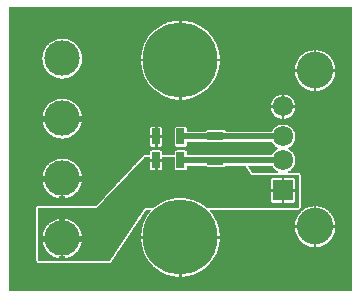
<source format=gtl>
%FSLAX33Y33*%
%MOMM*%
%AMRect-W670710-H1320710-RO1.500*
21,1,0.67071,1.32071,0.,0.,90*%
%AMRect-W670710-H1320710-RO1.000*
21,1,0.67071,1.32071,0.,0.,180*%
%AMRect-W1720000-H1720000-RO1.500*
21,1,1.72,1.72,0.,0.,90*%
%ADD10C,0.0508*%
%ADD11C,0.508*%
%ADD12R,0.67071X1.32071*%
%ADD13C,3.*%
%ADD14C,6.35*%
%ADD15Rect-W670710-H1320710-RO1.500*%
%ADD16Rect-W670710-H1320710-RO1.000*%
%ADD17C,1.72*%
%ADD18C,3.1*%
%ADD19Rect-W1720000-H1720000-RO1.500*%
D10*
%LNpour fill*%
G01*
X29475Y24475D02*
X29475Y24475D01*
X0525Y24475*
X0525Y0525*
X29475Y0525*
X29475Y24475*
X14924Y16629D02*
X14924Y16629D01*
X14924Y16850*
X15076Y16850*
X15076Y16629*
X15091Y16614*
X15355Y16614*
X15357Y16614*
X16051Y16762*
X16053Y16762*
X16701Y17051*
X16703Y17052*
X17277Y17469*
X17279Y17471*
X17754Y17998*
X17755Y18000*
X18110Y18614*
X18111Y18616*
X18330Y19291*
X18330Y19293*
X18395Y19907*
X18380Y19924*
X18150Y19924*
X18150Y20076*
X18380Y20076*
X18395Y20093*
X18330Y20707*
X18330Y20709*
X18111Y21384*
X18110Y21386*
X17755Y22000*
X17754Y22002*
X17279Y22529*
X17277Y22531*
X16703Y22948*
X16701Y22949*
X16053Y23238*
X16051Y23238*
X15357Y23386*
X15355Y23386*
X15091Y23386*
X15076Y23371*
X15076Y23150*
X14924Y23150*
X14924Y23371*
X14909Y23386*
X14645Y23386*
X14643Y23386*
X13949Y23238*
X13947Y23238*
X13299Y22949*
X13297Y22948*
X12723Y22531*
X12721Y22529*
X12246Y22002*
X12245Y22000*
X11890Y21386*
X11889Y21384*
X11670Y20709*
X11670Y20707*
X11605Y20093*
X11620Y20076*
X11850Y20076*
X11850Y19924*
X11620Y19924*
X11605Y19907*
X11670Y19293*
X11670Y19291*
X11889Y18616*
X11890Y18614*
X12245Y18000*
X12246Y17998*
X12721Y17471*
X12723Y17469*
X13297Y17052*
X13299Y17051*
X13947Y16762*
X13949Y16762*
X14643Y16614*
X14645Y16614*
X14909Y16614*
X14924Y16629*
X5383Y18433D02*
X5383Y18433D01*
X5386Y18434*
X5749Y18561*
X5752Y18562*
X6077Y18767*
X6080Y18769*
X6351Y19040*
X6353Y19043*
X6558Y19368*
X6559Y19371*
X6686Y19734*
X6687Y19737*
X6730Y20119*
X6730Y20121*
X6687Y20503*
X6686Y20506*
X6559Y20869*
X6558Y20872*
X6353Y21197*
X6351Y21200*
X6080Y21471*
X6077Y21473*
X5752Y21678*
X5749Y21679*
X5386Y21806*
X5383Y21807*
X5001Y21850*
X4999Y21850*
X4617Y21807*
X4614Y21806*
X4251Y21679*
X4248Y21678*
X3923Y21473*
X3920Y21471*
X3649Y21200*
X3647Y21197*
X3442Y20872*
X3441Y20869*
X3314Y20506*
X3313Y20503*
X3270Y20121*
X3270Y20119*
X3313Y19737*
X3314Y19734*
X3441Y19371*
X3442Y19368*
X3647Y19043*
X3649Y19040*
X3920Y18769*
X3923Y18767*
X4248Y18562*
X4251Y18561*
X4614Y18434*
X4617Y18433*
X4999Y18390*
X5001Y18390*
X5383Y18433*
X26805Y17375D02*
X26805Y17375D01*
X26807Y17375*
X27181Y17506*
X27183Y17507*
X27518Y17718*
X27521Y17720*
X27800Y17999*
X27802Y18002*
X28013Y18337*
X28014Y18339*
X28145Y18713*
X28145Y18715*
X28179Y19017*
X28164Y19034*
X27935Y19034*
X27935Y19186*
X28164Y19186*
X28179Y19203*
X28145Y19505*
X28145Y19507*
X28014Y19881*
X28013Y19883*
X27802Y20218*
X27800Y20221*
X27521Y20500*
X27518Y20502*
X27183Y20713*
X27181Y20714*
X26807Y20845*
X26805Y20845*
X26503Y20879*
X26486Y20864*
X26486Y20635*
X26334Y20635*
X26334Y20864*
X26317Y20879*
X26015Y20845*
X26013Y20845*
X25639Y20714*
X25637Y20713*
X25302Y20502*
X25299Y20500*
X25020Y20221*
X25018Y20218*
X24807Y19883*
X24806Y19881*
X24675Y19507*
X24675Y19505*
X24641Y19203*
X24656Y19186*
X24885Y19186*
X24885Y19034*
X24656Y19034*
X24641Y19017*
X24675Y18715*
X24675Y18713*
X24806Y18339*
X24807Y18337*
X25018Y18002*
X25020Y17999*
X25299Y17720*
X25302Y17718*
X25637Y17507*
X25639Y17506*
X26013Y17375*
X26015Y17375*
X26317Y17341*
X26334Y17356*
X26334Y17585*
X26486Y17585*
X26486Y17356*
X26503Y17341*
X26805Y17375*
X23624Y14973D02*
X23624Y14973D01*
X23624Y15212*
X23776Y15212*
X23776Y14973*
X23791Y14958*
X23830Y14958*
X23833Y14959*
X24085Y15021*
X24088Y15022*
X24318Y15142*
X24320Y15144*
X24515Y15316*
X24517Y15319*
X24664Y15532*
X24666Y15535*
X24758Y15778*
X24758Y15781*
X24778Y15947*
X24763Y15964*
X24535Y15964*
X24535Y16116*
X24763Y16116*
X24778Y16133*
X24758Y16299*
X24758Y16302*
X24666Y16545*
X24664Y16548*
X24517Y16761*
X24515Y16764*
X24320Y16936*
X24318Y16938*
X24088Y17058*
X24085Y17059*
X23833Y17121*
X23830Y17122*
X23791Y17122*
X23776Y17107*
X23776Y16868*
X23624Y16868*
X23624Y17107*
X23609Y17122*
X23570Y17122*
X23567Y17121*
X23315Y17059*
X23312Y17058*
X23082Y16938*
X23080Y16936*
X22885Y16764*
X22883Y16761*
X22736Y16548*
X22734Y16545*
X22642Y16302*
X22642Y16299*
X22622Y16133*
X22637Y16116*
X22865Y16116*
X22865Y15964*
X22637Y15964*
X22622Y15947*
X22642Y15781*
X22642Y15778*
X22734Y15535*
X22736Y15532*
X22883Y15319*
X22885Y15316*
X23080Y15144*
X23082Y15142*
X23312Y15022*
X23315Y15021*
X23567Y14959*
X23570Y14958*
X23609Y14958*
X23624Y14973*
X5383Y13353D02*
X5383Y13353D01*
X5386Y13354*
X5749Y13481*
X5752Y13482*
X6077Y13687*
X6080Y13689*
X6351Y13960*
X6353Y13963*
X6558Y14288*
X6559Y14291*
X6686Y14654*
X6687Y14657*
X6705Y14823*
X6690Y14840*
X6475Y14840*
X6475Y15240*
X6690Y15240*
X6705Y15257*
X6687Y15423*
X6686Y15426*
X6559Y15789*
X6558Y15792*
X6353Y16117*
X6351Y16120*
X6080Y16391*
X6077Y16393*
X5752Y16598*
X5749Y16599*
X5386Y16726*
X5383Y16727*
X5001Y16770*
X4999Y16770*
X4617Y16727*
X4614Y16726*
X4251Y16599*
X4248Y16598*
X3923Y16393*
X3920Y16391*
X3649Y16120*
X3647Y16117*
X3442Y15792*
X3441Y15789*
X3314Y15426*
X3313Y15423*
X3295Y15257*
X3310Y15240*
X3525Y15240*
X3525Y14840*
X3310Y14840*
X3295Y14823*
X3313Y14657*
X3314Y14654*
X3441Y14291*
X3442Y14288*
X3647Y13963*
X3649Y13960*
X3920Y13689*
X3923Y13687*
X4248Y13482*
X4251Y13481*
X4614Y13354*
X4617Y13353*
X4999Y13310*
X5001Y13310*
X5383Y13353*
X14924Y1629D02*
X14924Y1629D01*
X14924Y1850*
X15076Y1850*
X15076Y1629*
X15091Y1614*
X15355Y1614*
X15357Y1614*
X16051Y1762*
X16053Y1762*
X16701Y2051*
X16703Y2052*
X17277Y2469*
X17279Y2471*
X17754Y2998*
X17755Y3000*
X18110Y3614*
X18111Y3616*
X18330Y4291*
X18330Y4293*
X18395Y4907*
X18380Y4924*
X18150Y4924*
X18150Y5076*
X18380Y5076*
X18395Y5093*
X18330Y5707*
X18330Y5709*
X18111Y6384*
X18110Y6386*
X17755Y7000*
X17754Y7002*
X17552Y7226*
X17572Y7271*
X25001Y7271*
X25002Y7271*
X25044Y7276*
X25046Y7276*
X25087Y7289*
X25090Y7290*
X25127Y7310*
X25129Y7311*
X25162Y7339*
X25164Y7341*
X25191Y7374*
X25192Y7376*
X25212Y7414*
X25213Y7416*
X25225Y7457*
X25225Y7460*
X25229Y7498*
X25229Y7499*
X25229Y10251*
X25229Y10252*
X25224Y10294*
X25224Y10296*
X25211Y10337*
X25210Y10340*
X25190Y10377*
X25189Y10379*
X25161Y10412*
X25159Y10414*
X25126Y10441*
X25124Y10442*
X25086Y10462*
X25084Y10463*
X25043Y10475*
X25040Y10475*
X25002Y10479*
X25001Y10479*
X24207Y10479*
X24192Y10537*
X24318Y10602*
X24320Y10604*
X24515Y10776*
X24517Y10779*
X24664Y10992*
X24666Y10995*
X24758Y11238*
X24758Y11241*
X24790Y11498*
X24790Y11502*
X24758Y11759*
X24758Y11762*
X24666Y12005*
X24664Y12008*
X24517Y12221*
X24515Y12224*
X24320Y12396*
X24318Y12398*
X24166Y12477*
X24166Y12523*
X24318Y12602*
X24320Y12604*
X24515Y12776*
X24517Y12779*
X24664Y12992*
X24666Y12995*
X24758Y13238*
X24758Y13241*
X24790Y13498*
X24790Y13502*
X24758Y13759*
X24758Y13762*
X24666Y14005*
X24664Y14008*
X24517Y14221*
X24515Y14224*
X24320Y14396*
X24318Y14398*
X24088Y14518*
X24085Y14519*
X23833Y14581*
X23830Y14582*
X23570Y14582*
X23567Y14581*
X23315Y14519*
X23312Y14518*
X23082Y14398*
X23080Y14396*
X22885Y14224*
X22883Y14221*
X22736Y14008*
X22734Y14005*
X22726Y13984*
X18869Y13984*
X18847Y14020*
X18846Y14021*
X18823Y14047*
X18822Y14048*
X18796Y14071*
X18795Y14072*
X18765Y14089*
X18764Y14090*
X18732Y14103*
X18730Y14104*
X18697Y14112*
X18695Y14112*
X18662Y14115*
X18661Y14115*
X17339Y14115*
X17338Y14115*
X17305Y14112*
X17303Y14112*
X17270Y14104*
X17268Y14103*
X17236Y14090*
X17235Y14089*
X17205Y14072*
X17204Y14071*
X17178Y14048*
X17177Y14047*
X17154Y14021*
X17153Y14020*
X17131Y13984*
X15615Y13984*
X15615Y14161*
X15615Y14162*
X15612Y14195*
X15612Y14197*
X15604Y14230*
X15603Y14232*
X15590Y14264*
X15589Y14265*
X15572Y14295*
X15571Y14296*
X15548Y14322*
X15547Y14323*
X15521Y14346*
X15520Y14347*
X15490Y14364*
X15489Y14365*
X15457Y14378*
X15455Y14379*
X15422Y14387*
X15420Y14387*
X15387Y14390*
X15386Y14390*
X14714Y14390*
X14713Y14390*
X14680Y14387*
X14678Y14387*
X14645Y14379*
X14643Y14378*
X14611Y14365*
X14610Y14364*
X14580Y14347*
X14579Y14346*
X14553Y14323*
X14552Y14322*
X14529Y14296*
X14528Y14295*
X14511Y14265*
X14510Y14264*
X14497Y14232*
X14496Y14230*
X14488Y14197*
X14488Y14195*
X14485Y14162*
X14485Y14161*
X14485Y12839*
X14485Y12838*
X14488Y12805*
X14488Y12803*
X14496Y12770*
X14497Y12768*
X14510Y12736*
X14511Y12735*
X14528Y12705*
X14529Y12704*
X14552Y12678*
X14553Y12677*
X14579Y12654*
X14580Y12653*
X14610Y12636*
X14611Y12635*
X14643Y12622*
X14645Y12621*
X14678Y12613*
X14680Y12613*
X14713Y12610*
X14714Y12610*
X15386Y12610*
X15387Y12610*
X15420Y12613*
X15422Y12613*
X15455Y12621*
X15457Y12622*
X15489Y12635*
X15490Y12636*
X15520Y12653*
X15521Y12654*
X15547Y12677*
X15548Y12678*
X15571Y12704*
X15572Y12705*
X15589Y12735*
X15590Y12736*
X15603Y12768*
X15604Y12770*
X15612Y12803*
X15612Y12805*
X15615Y12838*
X15615Y12839*
X15615Y13016*
X17225Y13016*
X17235Y13011*
X17236Y13010*
X17268Y12997*
X17270Y12996*
X17303Y12988*
X17305Y12988*
X17338Y12985*
X17339Y12985*
X18661Y12985*
X18662Y12985*
X18695Y12988*
X18697Y12988*
X18730Y12996*
X18732Y12997*
X18764Y13010*
X18765Y13011*
X18775Y13016*
X22726Y13016*
X22734Y12995*
X22736Y12992*
X22883Y12779*
X22885Y12776*
X23080Y12604*
X23082Y12602*
X23234Y12523*
X23234Y12477*
X23082Y12398*
X23080Y12396*
X22885Y12224*
X22883Y12221*
X22736Y12008*
X22734Y12005*
X22726Y11984*
X18775Y11984*
X18765Y11989*
X18764Y11990*
X18732Y12003*
X18730Y12004*
X18697Y12012*
X18695Y12012*
X18662Y12015*
X18661Y12015*
X17339Y12015*
X17338Y12015*
X17305Y12012*
X17303Y12012*
X17270Y12004*
X17268Y12003*
X17236Y11990*
X17235Y11989*
X17225Y11984*
X15615Y11984*
X15615Y12161*
X15615Y12162*
X15612Y12195*
X15612Y12197*
X15604Y12230*
X15603Y12232*
X15590Y12264*
X15589Y12265*
X15572Y12295*
X15571Y12296*
X15548Y12322*
X15547Y12323*
X15521Y12346*
X15520Y12347*
X15490Y12364*
X15489Y12365*
X15457Y12378*
X15455Y12379*
X15422Y12387*
X15420Y12387*
X15387Y12390*
X15386Y12390*
X14714Y12390*
X14713Y12390*
X14680Y12387*
X14678Y12387*
X14645Y12379*
X14643Y12378*
X14611Y12365*
X14610Y12364*
X14580Y12347*
X14579Y12346*
X14553Y12323*
X14552Y12322*
X14529Y12296*
X14528Y12295*
X14511Y12265*
X14510Y12264*
X14497Y12232*
X14496Y12230*
X14488Y12197*
X14488Y12195*
X14485Y12162*
X14485Y12161*
X14485Y11979*
X13515Y11979*
X13515Y12161*
X13515Y12162*
X13512Y12195*
X13512Y12197*
X13504Y12230*
X13503Y12232*
X13490Y12264*
X13489Y12265*
X13472Y12295*
X13471Y12296*
X13448Y12322*
X13447Y12323*
X13421Y12346*
X13420Y12347*
X13390Y12364*
X13389Y12365*
X13357Y12378*
X13355Y12379*
X13322Y12387*
X13320Y12387*
X13287Y12390*
X13286Y12390*
X12614Y12390*
X12613Y12390*
X12580Y12387*
X12578Y12387*
X12545Y12379*
X12543Y12378*
X12511Y12365*
X12510Y12364*
X12480Y12347*
X12479Y12346*
X12453Y12323*
X12452Y12322*
X12429Y12296*
X12428Y12295*
X12411Y12265*
X12410Y12264*
X12397Y12232*
X12396Y12230*
X12388Y12197*
X12388Y12195*
X12385Y12162*
X12385Y12161*
X12385Y11979*
X11999Y11979*
X11998Y11979*
X11956Y11974*
X11954Y11974*
X11913Y11961*
X11910Y11960*
X11873Y11940*
X11871Y11938*
X11835Y11908*
X11834Y11907*
X7901Y7729*
X2999Y7729*
X2998Y7729*
X2956Y7724*
X2954Y7724*
X2913Y7711*
X2910Y7710*
X2873Y7690*
X2871Y7689*
X2838Y7661*
X2836Y7659*
X2809Y7626*
X2808Y7624*
X2788Y7586*
X2787Y7584*
X2775Y7543*
X2775Y7540*
X2771Y7502*
X2771Y7501*
X2771Y2999*
X2771Y2998*
X2776Y2956*
X2776Y2954*
X2789Y2913*
X2790Y2910*
X2810Y2873*
X2811Y2871*
X2839Y2838*
X2841Y2836*
X2874Y2809*
X2876Y2808*
X2914Y2788*
X2916Y2787*
X2957Y2775*
X2960Y2775*
X2998Y2771*
X2999Y2771*
X9001Y2771*
X9002Y2771*
X9044Y2776*
X9046Y2776*
X9087Y2789*
X9090Y2790*
X9127Y2810*
X9129Y2811*
X9162Y2839*
X9164Y2841*
X9189Y2872*
X9190Y2873*
X12122Y7271*
X12428Y7271*
X12448Y7226*
X12246Y7002*
X12245Y7000*
X11890Y6386*
X11889Y6384*
X11670Y5709*
X11670Y5707*
X11605Y5093*
X11620Y5076*
X11850Y5076*
X11850Y4924*
X11620Y4924*
X11605Y4907*
X11670Y4293*
X11670Y4291*
X11889Y3616*
X11890Y3614*
X12245Y3000*
X12246Y2998*
X12721Y2471*
X12723Y2469*
X13297Y2052*
X13299Y2051*
X13947Y1762*
X13949Y1762*
X14643Y1614*
X14645Y1614*
X14909Y1614*
X14924Y1629*
X12874Y12625D02*
X12874Y12625D01*
X12874Y12865*
X13026Y12865*
X13026Y12625*
X13041Y12610*
X13286Y12610*
X13287Y12610*
X13320Y12613*
X13322Y12613*
X13355Y12621*
X13357Y12622*
X13389Y12635*
X13390Y12636*
X13420Y12653*
X13421Y12654*
X13447Y12677*
X13448Y12678*
X13471Y12704*
X13472Y12705*
X13489Y12735*
X13490Y12736*
X13503Y12768*
X13504Y12770*
X13512Y12803*
X13512Y12805*
X13515Y12838*
X13515Y12839*
X13515Y13409*
X13500Y13424*
X13260Y13424*
X13260Y13576*
X13500Y13576*
X13515Y13591*
X13515Y14161*
X13515Y14162*
X13512Y14195*
X13512Y14197*
X13504Y14230*
X13503Y14232*
X13490Y14264*
X13489Y14265*
X13472Y14295*
X13471Y14296*
X13448Y14322*
X13447Y14323*
X13421Y14346*
X13420Y14347*
X13390Y14364*
X13389Y14365*
X13357Y14378*
X13355Y14379*
X13322Y14387*
X13320Y14387*
X13287Y14390*
X13286Y14390*
X13041Y14390*
X13026Y14375*
X13026Y14135*
X12874Y14135*
X12874Y14375*
X12859Y14390*
X12614Y14390*
X12613Y14390*
X12580Y14387*
X12578Y14387*
X12545Y14379*
X12543Y14378*
X12511Y14365*
X12510Y14364*
X12480Y14347*
X12479Y14346*
X12453Y14323*
X12452Y14322*
X12429Y14296*
X12428Y14295*
X12411Y14265*
X12410Y14264*
X12397Y14232*
X12396Y14230*
X12388Y14197*
X12388Y14195*
X12385Y14162*
X12385Y14161*
X12385Y13591*
X12400Y13576*
X12640Y13576*
X12640Y13424*
X12400Y13424*
X12385Y13409*
X12385Y12839*
X12385Y12838*
X12388Y12805*
X12388Y12803*
X12396Y12770*
X12397Y12768*
X12410Y12736*
X12411Y12735*
X12428Y12705*
X12429Y12704*
X12452Y12678*
X12453Y12677*
X12479Y12654*
X12480Y12653*
X12510Y12636*
X12511Y12635*
X12543Y12622*
X12545Y12621*
X12578Y12613*
X12580Y12613*
X12613Y12610*
X12614Y12610*
X12859Y12610*
X12874Y12625*
X5383Y8273D02*
X5383Y8273D01*
X5386Y8274*
X5749Y8401*
X5752Y8402*
X6077Y8607*
X6080Y8609*
X6351Y8880*
X6353Y8883*
X6558Y9208*
X6559Y9211*
X6686Y9574*
X6687Y9577*
X6705Y9743*
X6690Y9760*
X6475Y9760*
X6475Y10160*
X6690Y10160*
X6705Y10177*
X6687Y10343*
X6686Y10346*
X6559Y10709*
X6558Y10712*
X6353Y11037*
X6351Y11040*
X6080Y11311*
X6077Y11313*
X5752Y11518*
X5749Y11519*
X5386Y11646*
X5383Y11647*
X5001Y11690*
X4999Y11690*
X4617Y11647*
X4614Y11646*
X4251Y11519*
X4248Y11518*
X3923Y11313*
X3920Y11311*
X3649Y11040*
X3647Y11037*
X3442Y10712*
X3441Y10709*
X3314Y10346*
X3313Y10343*
X3295Y10177*
X3310Y10160*
X3525Y10160*
X3525Y9760*
X3310Y9760*
X3295Y9743*
X3313Y9577*
X3314Y9574*
X3441Y9211*
X3442Y9208*
X3647Y8883*
X3649Y8880*
X3920Y8609*
X3923Y8607*
X4248Y8402*
X4251Y8401*
X4614Y8274*
X4617Y8273*
X4783Y8255*
X4800Y8270*
X4800Y8485*
X5200Y8485*
X5200Y8270*
X5217Y8255*
X5383Y8273*
X26805Y4155D02*
X26805Y4155D01*
X26807Y4155*
X27181Y4286*
X27183Y4287*
X27518Y4498*
X27521Y4500*
X27800Y4779*
X27802Y4782*
X28013Y5117*
X28014Y5119*
X28145Y5493*
X28145Y5495*
X28179Y5797*
X28164Y5814*
X27935Y5814*
X27935Y5966*
X28164Y5966*
X28179Y5983*
X28145Y6285*
X28145Y6287*
X28014Y6661*
X28013Y6663*
X27802Y6998*
X27800Y7001*
X27521Y7280*
X27518Y7282*
X27183Y7493*
X27181Y7494*
X26807Y7625*
X26805Y7625*
X26503Y7659*
X26486Y7644*
X26486Y7415*
X26334Y7415*
X26334Y7644*
X26317Y7659*
X26015Y7625*
X26013Y7625*
X25639Y7494*
X25637Y7493*
X25302Y7282*
X25299Y7280*
X25020Y7001*
X25018Y6998*
X24807Y6663*
X24806Y6661*
X24675Y6287*
X24675Y6285*
X24641Y5983*
X24656Y5966*
X24885Y5966*
X24885Y5814*
X24656Y5814*
X24641Y5797*
X24675Y5495*
X24675Y5493*
X24806Y5119*
X24807Y5117*
X25018Y4782*
X25020Y4779*
X25299Y4500*
X25302Y4498*
X25637Y4287*
X25639Y4286*
X26013Y4155*
X26015Y4155*
X26317Y4121*
X26334Y4136*
X26334Y4365*
X26486Y4365*
X26486Y4136*
X26503Y4121*
X26805Y4155*
X0525Y0550D02*
X29475Y0550D01*
X0525Y0599D02*
X29475Y0599D01*
X0525Y0649D02*
X29475Y0649D01*
X0525Y0698D02*
X29475Y0698D01*
X0525Y0748D02*
X29475Y0748D01*
X0525Y0797D02*
X29475Y0797D01*
X0525Y0847D02*
X29475Y0847D01*
X0525Y0896D02*
X29475Y0896D01*
X0525Y0946D02*
X29475Y0946D01*
X0525Y0995D02*
X29475Y0995D01*
X0525Y1045D02*
X29475Y1045D01*
X0525Y1094D02*
X29475Y1094D01*
X0525Y1144D02*
X29475Y1144D01*
X0525Y1193D02*
X29475Y1193D01*
X0525Y1243D02*
X29475Y1243D01*
X0525Y1292D02*
X29475Y1292D01*
X0525Y1342D02*
X29475Y1342D01*
X0525Y1392D02*
X29475Y1392D01*
X0525Y1441D02*
X29475Y1441D01*
X0525Y1491D02*
X29475Y1491D01*
X0525Y1540D02*
X29475Y1540D01*
X0525Y1590D02*
X29475Y1590D01*
X0525Y1639D02*
X14525Y1639D01*
X14924Y1639D02*
X15076Y1639D01*
X15475Y1639D02*
X29475Y1639D01*
X0525Y1689D02*
X14292Y1689D01*
X14924Y1689D02*
X15076Y1689D01*
X15708Y1689D02*
X29475Y1689D01*
X0525Y1738D02*
X14059Y1738D01*
X14924Y1738D02*
X15076Y1738D01*
X15941Y1738D02*
X29475Y1738D01*
X0525Y1788D02*
X13890Y1788D01*
X14924Y1788D02*
X15076Y1788D01*
X16110Y1788D02*
X29475Y1788D01*
X0525Y1837D02*
X13779Y1837D01*
X14924Y1837D02*
X15076Y1837D01*
X16221Y1837D02*
X29475Y1837D01*
X0525Y1887D02*
X13667Y1887D01*
X16333Y1887D02*
X29475Y1887D01*
X0525Y1936D02*
X13556Y1936D01*
X16444Y1936D02*
X29475Y1936D01*
X0525Y1986D02*
X13445Y1986D01*
X16555Y1986D02*
X29475Y1986D01*
X0525Y2035D02*
X13334Y2035D01*
X16666Y2035D02*
X29475Y2035D01*
X0525Y2085D02*
X13251Y2085D01*
X16749Y2085D02*
X29475Y2085D01*
X0525Y2134D02*
X13183Y2134D01*
X16817Y2134D02*
X29475Y2134D01*
X0525Y2184D02*
X13115Y2184D01*
X16885Y2184D02*
X29475Y2184D01*
X0525Y2234D02*
X13047Y2234D01*
X16953Y2234D02*
X29475Y2234D01*
X0525Y2283D02*
X12979Y2283D01*
X17021Y2283D02*
X29475Y2283D01*
X0525Y2333D02*
X12911Y2333D01*
X17089Y2333D02*
X29475Y2333D01*
X0525Y2382D02*
X12842Y2382D01*
X17158Y2382D02*
X29475Y2382D01*
X0525Y2432D02*
X12774Y2432D01*
X17226Y2432D02*
X29475Y2432D01*
X0525Y2481D02*
X12712Y2481D01*
X17288Y2481D02*
X29475Y2481D01*
X0525Y2531D02*
X12667Y2531D01*
X17333Y2531D02*
X29475Y2531D01*
X0525Y2580D02*
X12622Y2580D01*
X17378Y2580D02*
X29475Y2580D01*
X0525Y2630D02*
X12578Y2630D01*
X17422Y2630D02*
X29475Y2630D01*
X0525Y2679D02*
X12533Y2679D01*
X17467Y2679D02*
X29475Y2679D01*
X0525Y2729D02*
X12489Y2729D01*
X17511Y2729D02*
X29475Y2729D01*
X0525Y2778D02*
X2947Y2778D01*
X9054Y2778D02*
X12444Y2778D01*
X17556Y2778D02*
X29475Y2778D01*
X0525Y2828D02*
X2851Y2828D01*
X9149Y2828D02*
X12399Y2828D01*
X17601Y2828D02*
X29475Y2828D01*
X0525Y2877D02*
X2808Y2877D01*
X9193Y2877D02*
X12355Y2877D01*
X17645Y2877D02*
X29475Y2877D01*
X0525Y2927D02*
X2784Y2927D01*
X9226Y2927D02*
X12310Y2927D01*
X17690Y2927D02*
X29475Y2927D01*
X0525Y2977D02*
X2774Y2977D01*
X9259Y2977D02*
X12266Y2977D01*
X17734Y2977D02*
X29475Y2977D01*
X0525Y3026D02*
X2771Y3026D01*
X9292Y3026D02*
X12230Y3026D01*
X17770Y3026D02*
X29475Y3026D01*
X0525Y3076D02*
X2771Y3076D01*
X9325Y3076D02*
X12201Y3076D01*
X17799Y3076D02*
X29475Y3076D01*
X0525Y3125D02*
X2771Y3125D01*
X9358Y3125D02*
X12173Y3125D01*
X17827Y3125D02*
X29475Y3125D01*
X0525Y3175D02*
X2771Y3175D01*
X9391Y3175D02*
X12144Y3175D01*
X17856Y3175D02*
X29475Y3175D01*
X0525Y3224D02*
X2771Y3224D01*
X9424Y3224D02*
X12115Y3224D01*
X17885Y3224D02*
X29475Y3224D01*
X0525Y3274D02*
X2771Y3274D01*
X9457Y3274D02*
X12087Y3274D01*
X17913Y3274D02*
X29475Y3274D01*
X0525Y3323D02*
X2771Y3323D01*
X9490Y3323D02*
X12058Y3323D01*
X17942Y3323D02*
X29475Y3323D01*
X0525Y3373D02*
X2771Y3373D01*
X9523Y3373D02*
X12030Y3373D01*
X17970Y3373D02*
X29475Y3373D01*
X0525Y3422D02*
X2771Y3422D01*
X9556Y3422D02*
X12001Y3422D01*
X17999Y3422D02*
X29475Y3422D01*
X0525Y3472D02*
X2771Y3472D01*
X9589Y3472D02*
X11972Y3472D01*
X18028Y3472D02*
X29475Y3472D01*
X0525Y3521D02*
X2771Y3521D01*
X9622Y3521D02*
X11944Y3521D01*
X18056Y3521D02*
X29475Y3521D01*
X0525Y3571D02*
X2771Y3571D01*
X9655Y3571D02*
X11915Y3571D01*
X18085Y3571D02*
X29475Y3571D01*
X0525Y3620D02*
X2771Y3620D01*
X9688Y3620D02*
X11888Y3620D01*
X18112Y3620D02*
X29475Y3620D01*
X0525Y3670D02*
X2771Y3670D01*
X9721Y3670D02*
X11872Y3670D01*
X18128Y3670D02*
X29475Y3670D01*
X0525Y3719D02*
X2771Y3719D01*
X9754Y3719D02*
X11856Y3719D01*
X18144Y3719D02*
X29475Y3719D01*
X0525Y3769D02*
X2771Y3769D01*
X9787Y3769D02*
X11840Y3769D01*
X18160Y3769D02*
X29475Y3769D01*
X0525Y3819D02*
X2771Y3819D01*
X9820Y3819D02*
X11824Y3819D01*
X18176Y3819D02*
X29475Y3819D01*
X0525Y3868D02*
X2771Y3868D01*
X9853Y3868D02*
X11807Y3868D01*
X18193Y3868D02*
X29475Y3868D01*
X0525Y3918D02*
X2771Y3918D01*
X9886Y3918D02*
X11791Y3918D01*
X18209Y3918D02*
X29475Y3918D01*
X0525Y3967D02*
X2771Y3967D01*
X9919Y3967D02*
X11775Y3967D01*
X18225Y3967D02*
X29475Y3967D01*
X0525Y4017D02*
X2771Y4017D01*
X9952Y4017D02*
X11759Y4017D01*
X18241Y4017D02*
X29475Y4017D01*
X0525Y4066D02*
X2771Y4066D01*
X9986Y4066D02*
X11743Y4066D01*
X18257Y4066D02*
X29475Y4066D01*
X0525Y4116D02*
X2771Y4116D01*
X10019Y4116D02*
X11727Y4116D01*
X18273Y4116D02*
X29475Y4116D01*
X0525Y4165D02*
X2771Y4165D01*
X10052Y4165D02*
X11711Y4165D01*
X18289Y4165D02*
X25984Y4165D01*
X26334Y4165D02*
X26486Y4165D01*
X26836Y4165D02*
X29475Y4165D01*
X0525Y4215D02*
X2771Y4215D01*
X10085Y4215D02*
X11695Y4215D01*
X18305Y4215D02*
X25843Y4215D01*
X26334Y4215D02*
X26486Y4215D01*
X26977Y4215D02*
X29475Y4215D01*
X0525Y4264D02*
X2771Y4264D01*
X10118Y4264D02*
X11679Y4264D01*
X18321Y4264D02*
X25701Y4264D01*
X26334Y4264D02*
X26486Y4264D01*
X27119Y4264D02*
X29475Y4264D01*
X0525Y4314D02*
X2771Y4314D01*
X10151Y4314D02*
X11667Y4314D01*
X18333Y4314D02*
X25594Y4314D01*
X26334Y4314D02*
X26486Y4314D01*
X27226Y4314D02*
X29475Y4314D01*
X0525Y4363D02*
X2771Y4363D01*
X10184Y4363D02*
X11662Y4363D01*
X18338Y4363D02*
X25515Y4363D01*
X26334Y4363D02*
X26486Y4363D01*
X27305Y4363D02*
X29475Y4363D01*
X0525Y4413D02*
X2771Y4413D01*
X10217Y4413D02*
X11657Y4413D01*
X18343Y4413D02*
X25437Y4413D01*
X27383Y4413D02*
X29475Y4413D01*
X0525Y4462D02*
X2771Y4462D01*
X10250Y4462D02*
X11652Y4462D01*
X18348Y4462D02*
X25358Y4462D01*
X27462Y4462D02*
X29475Y4462D01*
X0525Y4512D02*
X2771Y4512D01*
X10283Y4512D02*
X11647Y4512D01*
X18353Y4512D02*
X25287Y4512D01*
X27533Y4512D02*
X29475Y4512D01*
X0525Y4561D02*
X2771Y4561D01*
X10316Y4561D02*
X11641Y4561D01*
X18359Y4561D02*
X25237Y4561D01*
X27583Y4561D02*
X29475Y4561D01*
X0525Y4611D02*
X2771Y4611D01*
X10349Y4611D02*
X11636Y4611D01*
X18364Y4611D02*
X25188Y4611D01*
X27632Y4611D02*
X29475Y4611D01*
X0525Y4661D02*
X2771Y4661D01*
X10382Y4661D02*
X11631Y4661D01*
X18369Y4661D02*
X25138Y4661D01*
X27682Y4661D02*
X29475Y4661D01*
X0525Y4710D02*
X2771Y4710D01*
X10415Y4710D02*
X11626Y4710D01*
X18374Y4710D02*
X25089Y4710D01*
X27731Y4710D02*
X29475Y4710D01*
X0525Y4760D02*
X2771Y4760D01*
X10448Y4760D02*
X11621Y4760D01*
X18379Y4760D02*
X25039Y4760D01*
X27781Y4760D02*
X29475Y4760D01*
X0525Y4809D02*
X2771Y4809D01*
X10481Y4809D02*
X11615Y4809D01*
X18385Y4809D02*
X25000Y4809D01*
X27820Y4809D02*
X29475Y4809D01*
X0525Y4859D02*
X2771Y4859D01*
X10514Y4859D02*
X11610Y4859D01*
X18390Y4859D02*
X24969Y4859D01*
X27851Y4859D02*
X29475Y4859D01*
X0525Y4908D02*
X2771Y4908D01*
X10547Y4908D02*
X11606Y4908D01*
X18394Y4908D02*
X24938Y4908D01*
X27882Y4908D02*
X29475Y4908D01*
X0525Y4958D02*
X2771Y4958D01*
X10580Y4958D02*
X11850Y4958D01*
X18150Y4958D02*
X24907Y4958D01*
X27913Y4958D02*
X29475Y4958D01*
X0525Y5007D02*
X2771Y5007D01*
X10613Y5007D02*
X11850Y5007D01*
X18150Y5007D02*
X24876Y5007D01*
X27944Y5007D02*
X29475Y5007D01*
X0525Y5057D02*
X2771Y5057D01*
X10646Y5057D02*
X11850Y5057D01*
X18150Y5057D02*
X24845Y5057D01*
X27975Y5057D02*
X29475Y5057D01*
X0525Y5106D02*
X2771Y5106D01*
X10679Y5106D02*
X11606Y5106D01*
X18394Y5106D02*
X24814Y5106D01*
X28006Y5106D02*
X29475Y5106D01*
X0525Y5156D02*
X2771Y5156D01*
X10712Y5156D02*
X11612Y5156D01*
X18388Y5156D02*
X24793Y5156D01*
X28027Y5156D02*
X29475Y5156D01*
X0525Y5205D02*
X2771Y5205D01*
X10745Y5205D02*
X11617Y5205D01*
X18383Y5205D02*
X24776Y5205D01*
X28044Y5205D02*
X29475Y5205D01*
X0525Y5255D02*
X2771Y5255D01*
X10778Y5255D02*
X11622Y5255D01*
X18378Y5255D02*
X24759Y5255D01*
X28061Y5255D02*
X29475Y5255D01*
X0525Y5304D02*
X2771Y5304D01*
X10811Y5304D02*
X11627Y5304D01*
X18373Y5304D02*
X24741Y5304D01*
X28079Y5304D02*
X29475Y5304D01*
X0525Y5354D02*
X2771Y5354D01*
X10844Y5354D02*
X11632Y5354D01*
X18368Y5354D02*
X24724Y5354D01*
X28096Y5354D02*
X29475Y5354D01*
X0525Y5403D02*
X2771Y5403D01*
X10877Y5403D02*
X11638Y5403D01*
X18362Y5403D02*
X24707Y5403D01*
X28113Y5403D02*
X29475Y5403D01*
X0525Y5453D02*
X2771Y5453D01*
X10910Y5453D02*
X11643Y5453D01*
X18357Y5453D02*
X24689Y5453D01*
X28131Y5453D02*
X29475Y5453D01*
X0525Y5503D02*
X2771Y5503D01*
X10943Y5503D02*
X11648Y5503D01*
X18352Y5503D02*
X24674Y5503D01*
X28146Y5503D02*
X29475Y5503D01*
X0525Y5552D02*
X2771Y5552D01*
X10976Y5552D02*
X11653Y5552D01*
X18347Y5552D02*
X24668Y5552D01*
X28152Y5552D02*
X29475Y5552D01*
X0525Y5602D02*
X2771Y5602D01*
X11009Y5602D02*
X11658Y5602D01*
X18342Y5602D02*
X24663Y5602D01*
X28157Y5602D02*
X29475Y5602D01*
X0525Y5651D02*
X2771Y5651D01*
X11042Y5651D02*
X11664Y5651D01*
X18336Y5651D02*
X24657Y5651D01*
X28163Y5651D02*
X29475Y5651D01*
X0525Y5701D02*
X2771Y5701D01*
X11075Y5701D02*
X11669Y5701D01*
X18331Y5701D02*
X24652Y5701D01*
X28168Y5701D02*
X29475Y5701D01*
X0525Y5750D02*
X2771Y5750D01*
X11108Y5750D02*
X11683Y5750D01*
X18317Y5750D02*
X24646Y5750D01*
X28174Y5750D02*
X29475Y5750D01*
X0525Y5800D02*
X2771Y5800D01*
X11141Y5800D02*
X11699Y5800D01*
X18301Y5800D02*
X24643Y5800D01*
X28177Y5800D02*
X29475Y5800D01*
X0525Y5849D02*
X2771Y5849D01*
X11174Y5849D02*
X11716Y5849D01*
X18284Y5849D02*
X24885Y5849D01*
X27935Y5849D02*
X29475Y5849D01*
X0525Y5899D02*
X2771Y5899D01*
X11207Y5899D02*
X11732Y5899D01*
X18268Y5899D02*
X24885Y5899D01*
X27935Y5899D02*
X29475Y5899D01*
X0525Y5948D02*
X2771Y5948D01*
X11240Y5948D02*
X11748Y5948D01*
X18252Y5948D02*
X24885Y5948D01*
X27935Y5948D02*
X29475Y5948D01*
X0525Y5998D02*
X2771Y5998D01*
X11273Y5998D02*
X11764Y5998D01*
X18236Y5998D02*
X24642Y5998D01*
X28178Y5998D02*
X29475Y5998D01*
X0525Y6047D02*
X2771Y6047D01*
X11306Y6047D02*
X11780Y6047D01*
X18220Y6047D02*
X24648Y6047D01*
X28172Y6047D02*
X29475Y6047D01*
X0525Y6097D02*
X2771Y6097D01*
X11339Y6097D02*
X11796Y6097D01*
X18204Y6097D02*
X24654Y6097D01*
X28166Y6097D02*
X29475Y6097D01*
X0525Y6146D02*
X2771Y6146D01*
X11372Y6146D02*
X11812Y6146D01*
X18188Y6146D02*
X24659Y6146D01*
X28161Y6146D02*
X29475Y6146D01*
X0525Y6196D02*
X2771Y6196D01*
X11405Y6196D02*
X11828Y6196D01*
X18172Y6196D02*
X24665Y6196D01*
X28155Y6196D02*
X29475Y6196D01*
X0525Y6245D02*
X2771Y6245D01*
X11438Y6245D02*
X11844Y6245D01*
X18156Y6245D02*
X24670Y6245D01*
X28150Y6245D02*
X29475Y6245D01*
X0525Y6295D02*
X2771Y6295D01*
X11471Y6295D02*
X11860Y6295D01*
X18140Y6295D02*
X24678Y6295D01*
X28142Y6295D02*
X29475Y6295D01*
X0525Y6345D02*
X2771Y6345D01*
X11504Y6345D02*
X11877Y6345D01*
X18123Y6345D02*
X24695Y6345D01*
X28125Y6345D02*
X29475Y6345D01*
X0525Y6394D02*
X2771Y6394D01*
X11537Y6394D02*
X11895Y6394D01*
X18105Y6394D02*
X24713Y6394D01*
X28107Y6394D02*
X29475Y6394D01*
X0525Y6444D02*
X2771Y6444D01*
X11570Y6444D02*
X11924Y6444D01*
X18076Y6444D02*
X24730Y6444D01*
X28090Y6444D02*
X29475Y6444D01*
X0525Y6493D02*
X2771Y6493D01*
X11603Y6493D02*
X11952Y6493D01*
X18048Y6493D02*
X24747Y6493D01*
X28073Y6493D02*
X29475Y6493D01*
X0525Y6543D02*
X2771Y6543D01*
X11637Y6543D02*
X11981Y6543D01*
X18019Y6543D02*
X24765Y6543D01*
X28055Y6543D02*
X29475Y6543D01*
X0525Y6592D02*
X2771Y6592D01*
X11670Y6592D02*
X12009Y6592D01*
X17991Y6592D02*
X24782Y6592D01*
X28038Y6592D02*
X29475Y6592D01*
X0525Y6642D02*
X2771Y6642D01*
X11703Y6642D02*
X12038Y6642D01*
X17962Y6642D02*
X24799Y6642D01*
X28021Y6642D02*
X29475Y6642D01*
X0525Y6691D02*
X2771Y6691D01*
X11736Y6691D02*
X12067Y6691D01*
X17933Y6691D02*
X24825Y6691D01*
X27995Y6691D02*
X29475Y6691D01*
X0525Y6741D02*
X2771Y6741D01*
X11769Y6741D02*
X12095Y6741D01*
X17905Y6741D02*
X24856Y6741D01*
X27964Y6741D02*
X29475Y6741D01*
X0525Y6790D02*
X2771Y6790D01*
X11802Y6790D02*
X12124Y6790D01*
X17876Y6790D02*
X24887Y6790D01*
X27933Y6790D02*
X29475Y6790D01*
X0525Y6840D02*
X2771Y6840D01*
X11835Y6840D02*
X12152Y6840D01*
X17848Y6840D02*
X24918Y6840D01*
X27902Y6840D02*
X29475Y6840D01*
X0525Y6889D02*
X2771Y6889D01*
X11868Y6889D02*
X12181Y6889D01*
X17819Y6889D02*
X24949Y6889D01*
X27871Y6889D02*
X29475Y6889D01*
X0525Y6939D02*
X2771Y6939D01*
X11901Y6939D02*
X12210Y6939D01*
X17790Y6939D02*
X24980Y6939D01*
X27840Y6939D02*
X29475Y6939D01*
X0525Y6988D02*
X2771Y6988D01*
X11934Y6988D02*
X12238Y6988D01*
X17762Y6988D02*
X25011Y6988D01*
X27809Y6988D02*
X29475Y6988D01*
X0525Y7038D02*
X2771Y7038D01*
X11967Y7038D02*
X12279Y7038D01*
X17721Y7038D02*
X25057Y7038D01*
X27763Y7038D02*
X29475Y7038D01*
X0525Y7087D02*
X2771Y7087D01*
X12000Y7087D02*
X12323Y7087D01*
X17677Y7087D02*
X25106Y7087D01*
X27714Y7087D02*
X29475Y7087D01*
X0525Y7137D02*
X2771Y7137D01*
X12033Y7137D02*
X12368Y7137D01*
X17632Y7137D02*
X25156Y7137D01*
X27664Y7137D02*
X29475Y7137D01*
X0525Y7187D02*
X2771Y7187D01*
X12066Y7187D02*
X12412Y7187D01*
X17588Y7187D02*
X25205Y7187D01*
X27615Y7187D02*
X29475Y7187D01*
X0525Y7236D02*
X2771Y7236D01*
X12099Y7236D02*
X12444Y7236D01*
X17556Y7236D02*
X25255Y7236D01*
X27565Y7236D02*
X29475Y7236D01*
X0525Y7286D02*
X2771Y7286D01*
X25077Y7286D02*
X25307Y7286D01*
X27513Y7286D02*
X29475Y7286D01*
X0525Y7335D02*
X2771Y7335D01*
X25158Y7335D02*
X25386Y7335D01*
X27434Y7335D02*
X29475Y7335D01*
X0525Y7385D02*
X2771Y7385D01*
X25197Y7385D02*
X25465Y7385D01*
X27355Y7385D02*
X29475Y7385D01*
X0525Y7434D02*
X2771Y7434D01*
X25218Y7434D02*
X25543Y7434D01*
X26334Y7434D02*
X26486Y7434D01*
X27277Y7434D02*
X29475Y7434D01*
X0525Y7484D02*
X2771Y7484D01*
X25227Y7484D02*
X25622Y7484D01*
X26334Y7484D02*
X26486Y7484D01*
X27198Y7484D02*
X29475Y7484D01*
X0525Y7533D02*
X2774Y7533D01*
X25229Y7533D02*
X25751Y7533D01*
X26334Y7533D02*
X26486Y7533D01*
X27069Y7533D02*
X29475Y7533D01*
X0525Y7583D02*
X2787Y7583D01*
X25229Y7583D02*
X25893Y7583D01*
X26334Y7583D02*
X26486Y7583D01*
X26927Y7583D02*
X29475Y7583D01*
X0525Y7632D02*
X2814Y7632D01*
X25229Y7632D02*
X26078Y7632D01*
X26334Y7632D02*
X26486Y7632D01*
X26742Y7632D02*
X29475Y7632D01*
X0525Y7682D02*
X2863Y7682D01*
X25229Y7682D02*
X29475Y7682D01*
X0525Y7731D02*
X7904Y7731D01*
X25229Y7731D02*
X29475Y7731D01*
X0525Y7781D02*
X7950Y7781D01*
X25229Y7781D02*
X29475Y7781D01*
X0525Y7830D02*
X7997Y7830D01*
X25229Y7830D02*
X29475Y7830D01*
X0525Y7880D02*
X8044Y7880D01*
X25229Y7880D02*
X29475Y7880D01*
X0525Y7929D02*
X8090Y7929D01*
X25229Y7929D02*
X29475Y7929D01*
X0525Y7979D02*
X8137Y7979D01*
X25229Y7979D02*
X29475Y7979D01*
X0525Y8029D02*
X8184Y8029D01*
X25229Y8029D02*
X29475Y8029D01*
X0525Y8078D02*
X8230Y8078D01*
X25229Y8078D02*
X29475Y8078D01*
X0525Y8128D02*
X8277Y8128D01*
X25229Y8128D02*
X29475Y8128D01*
X0525Y8177D02*
X8323Y8177D01*
X25229Y8177D02*
X29475Y8177D01*
X0525Y8227D02*
X8370Y8227D01*
X25229Y8227D02*
X29475Y8227D01*
X0525Y8276D02*
X4608Y8276D01*
X4800Y8276D02*
X5200Y8276D01*
X5392Y8276D02*
X8417Y8276D01*
X25229Y8276D02*
X29475Y8276D01*
X0525Y8326D02*
X4466Y8326D01*
X4800Y8326D02*
X5200Y8326D01*
X5534Y8326D02*
X8463Y8326D01*
X25229Y8326D02*
X29475Y8326D01*
X0525Y8375D02*
X4325Y8375D01*
X4800Y8375D02*
X5200Y8375D01*
X5675Y8375D02*
X8510Y8375D01*
X25229Y8375D02*
X29475Y8375D01*
X0525Y8425D02*
X4212Y8425D01*
X4800Y8425D02*
X5200Y8425D01*
X5788Y8425D02*
X8556Y8425D01*
X25229Y8425D02*
X29475Y8425D01*
X0525Y8474D02*
X4134Y8474D01*
X4800Y8474D02*
X5200Y8474D01*
X5866Y8474D02*
X8603Y8474D01*
X25229Y8474D02*
X29475Y8474D01*
X0525Y8524D02*
X4055Y8524D01*
X5945Y8524D02*
X8650Y8524D01*
X25229Y8524D02*
X29475Y8524D01*
X0525Y8573D02*
X3976Y8573D01*
X6024Y8573D02*
X8696Y8573D01*
X25229Y8573D02*
X29475Y8573D01*
X0525Y8623D02*
X3906Y8623D01*
X6094Y8623D02*
X8743Y8623D01*
X25229Y8623D02*
X29475Y8623D01*
X0525Y8672D02*
X3857Y8672D01*
X6143Y8672D02*
X8790Y8672D01*
X25229Y8672D02*
X29475Y8672D01*
X0525Y8722D02*
X3807Y8722D01*
X6193Y8722D02*
X8836Y8722D01*
X25229Y8722D02*
X29475Y8722D01*
X0525Y8772D02*
X3758Y8772D01*
X6242Y8772D02*
X8883Y8772D01*
X25229Y8772D02*
X29475Y8772D01*
X0525Y8821D02*
X3708Y8821D01*
X6292Y8821D02*
X8929Y8821D01*
X25229Y8821D02*
X29475Y8821D01*
X0525Y8871D02*
X3659Y8871D01*
X6341Y8871D02*
X8976Y8871D01*
X25229Y8871D02*
X29475Y8871D01*
X0525Y8920D02*
X3623Y8920D01*
X6377Y8920D02*
X9023Y8920D01*
X25229Y8920D02*
X29475Y8920D01*
X0525Y8970D02*
X3592Y8970D01*
X6408Y8970D02*
X9069Y8970D01*
X25229Y8970D02*
X29475Y8970D01*
X0525Y9019D02*
X3561Y9019D01*
X6439Y9019D02*
X9116Y9019D01*
X25229Y9019D02*
X29475Y9019D01*
X0525Y9069D02*
X3530Y9069D01*
X6470Y9069D02*
X9162Y9069D01*
X25229Y9069D02*
X29475Y9069D01*
X0525Y9118D02*
X3499Y9118D01*
X6501Y9118D02*
X9209Y9118D01*
X25229Y9118D02*
X29475Y9118D01*
X0525Y9168D02*
X3468Y9168D01*
X6532Y9168D02*
X9256Y9168D01*
X25229Y9168D02*
X29475Y9168D01*
X0525Y9217D02*
X3439Y9217D01*
X6561Y9217D02*
X9302Y9217D01*
X25229Y9217D02*
X29475Y9217D01*
X0525Y9267D02*
X3421Y9267D01*
X6579Y9267D02*
X9349Y9267D01*
X25229Y9267D02*
X29475Y9267D01*
X0525Y9316D02*
X3404Y9316D01*
X6596Y9316D02*
X9396Y9316D01*
X25229Y9316D02*
X29475Y9316D01*
X0525Y9366D02*
X3387Y9366D01*
X6613Y9366D02*
X9442Y9366D01*
X25229Y9366D02*
X29475Y9366D01*
X0525Y9415D02*
X3369Y9415D01*
X6631Y9415D02*
X9489Y9415D01*
X25229Y9415D02*
X29475Y9415D01*
X0525Y9465D02*
X3352Y9465D01*
X6648Y9465D02*
X9535Y9465D01*
X25229Y9465D02*
X29475Y9465D01*
X0525Y9514D02*
X3335Y9514D01*
X6665Y9514D02*
X9582Y9514D01*
X25229Y9514D02*
X29475Y9514D01*
X0525Y9564D02*
X3317Y9564D01*
X6683Y9564D02*
X9629Y9564D01*
X25229Y9564D02*
X29475Y9564D01*
X0525Y9614D02*
X3309Y9614D01*
X6691Y9614D02*
X9675Y9614D01*
X25229Y9614D02*
X29475Y9614D01*
X0525Y9663D02*
X3304Y9663D01*
X6696Y9663D02*
X9722Y9663D01*
X25229Y9663D02*
X29475Y9663D01*
X0525Y9713D02*
X3298Y9713D01*
X6702Y9713D02*
X9769Y9713D01*
X25229Y9713D02*
X29475Y9713D01*
X0525Y9762D02*
X3525Y9762D01*
X6475Y9762D02*
X9815Y9762D01*
X25229Y9762D02*
X29475Y9762D01*
X0525Y9812D02*
X3525Y9812D01*
X6475Y9812D02*
X9862Y9812D01*
X25229Y9812D02*
X29475Y9812D01*
X0525Y9861D02*
X3525Y9861D01*
X6475Y9861D02*
X9908Y9861D01*
X25229Y9861D02*
X29475Y9861D01*
X0525Y9911D02*
X3525Y9911D01*
X6475Y9911D02*
X9955Y9911D01*
X25229Y9911D02*
X29475Y9911D01*
X0525Y9960D02*
X3525Y9960D01*
X6475Y9960D02*
X10002Y9960D01*
X25229Y9960D02*
X29475Y9960D01*
X0525Y10010D02*
X3525Y10010D01*
X6475Y10010D02*
X10048Y10010D01*
X25229Y10010D02*
X29475Y10010D01*
X0525Y10059D02*
X3525Y10059D01*
X6475Y10059D02*
X10095Y10059D01*
X25229Y10059D02*
X29475Y10059D01*
X0525Y10109D02*
X3525Y10109D01*
X6475Y10109D02*
X10141Y10109D01*
X25229Y10109D02*
X29475Y10109D01*
X0525Y10158D02*
X3525Y10158D01*
X6475Y10158D02*
X10188Y10158D01*
X25229Y10158D02*
X29475Y10158D01*
X0525Y10208D02*
X3298Y10208D01*
X6702Y10208D02*
X10235Y10208D01*
X25229Y10208D02*
X29475Y10208D01*
X0525Y10257D02*
X3304Y10257D01*
X6696Y10257D02*
X10281Y10257D01*
X25228Y10257D02*
X29475Y10257D01*
X0525Y10307D02*
X3309Y10307D01*
X6691Y10307D02*
X10328Y10307D01*
X25221Y10307D02*
X29475Y10307D01*
X0525Y10356D02*
X3318Y10356D01*
X6682Y10356D02*
X10375Y10356D01*
X25201Y10356D02*
X29475Y10356D01*
X0525Y10406D02*
X3335Y10406D01*
X6665Y10406D02*
X10421Y10406D01*
X25166Y10406D02*
X29475Y10406D01*
X0525Y10456D02*
X3352Y10456D01*
X6648Y10456D02*
X10468Y10456D01*
X25098Y10456D02*
X29475Y10456D01*
X0525Y10505D02*
X3370Y10505D01*
X6630Y10505D02*
X10514Y10505D01*
X24200Y10505D02*
X29475Y10505D01*
X0525Y10555D02*
X3387Y10555D01*
X6613Y10555D02*
X10561Y10555D01*
X24227Y10555D02*
X29475Y10555D01*
X0525Y10604D02*
X3404Y10604D01*
X6596Y10604D02*
X10608Y10604D01*
X24320Y10604D02*
X29475Y10604D01*
X0525Y10654D02*
X3422Y10654D01*
X6578Y10654D02*
X10654Y10654D01*
X24376Y10654D02*
X29475Y10654D01*
X0525Y10703D02*
X3439Y10703D01*
X6561Y10703D02*
X10701Y10703D01*
X24432Y10703D02*
X29475Y10703D01*
X0525Y10753D02*
X3468Y10753D01*
X6532Y10753D02*
X10747Y10753D01*
X24488Y10753D02*
X29475Y10753D01*
X0525Y10802D02*
X3499Y10802D01*
X6501Y10802D02*
X10794Y10802D01*
X24533Y10802D02*
X29475Y10802D01*
X0525Y10852D02*
X3530Y10852D01*
X6470Y10852D02*
X10841Y10852D01*
X24567Y10852D02*
X29475Y10852D01*
X0525Y10901D02*
X3561Y10901D01*
X6439Y10901D02*
X10887Y10901D01*
X24601Y10901D02*
X29475Y10901D01*
X0525Y10951D02*
X3593Y10951D01*
X6407Y10951D02*
X10934Y10951D01*
X24635Y10951D02*
X29475Y10951D01*
X0525Y11000D02*
X3624Y11000D01*
X6376Y11000D02*
X10981Y11000D01*
X24668Y11000D02*
X29475Y11000D01*
X0525Y11050D02*
X3659Y11050D01*
X6341Y11050D02*
X11027Y11050D01*
X24686Y11050D02*
X29475Y11050D01*
X0525Y11099D02*
X3709Y11099D01*
X6291Y11099D02*
X11074Y11099D01*
X24705Y11099D02*
X29475Y11099D01*
X0525Y11149D02*
X3758Y11149D01*
X6242Y11149D02*
X11120Y11149D01*
X24724Y11149D02*
X29475Y11149D01*
X0525Y11198D02*
X3808Y11198D01*
X6192Y11198D02*
X11167Y11198D01*
X24743Y11198D02*
X29475Y11198D01*
X0525Y11248D02*
X3857Y11248D01*
X6143Y11248D02*
X11214Y11248D01*
X24759Y11248D02*
X29475Y11248D01*
X0525Y11298D02*
X3907Y11298D01*
X6093Y11298D02*
X11260Y11298D01*
X24765Y11298D02*
X29475Y11298D01*
X0525Y11347D02*
X3977Y11347D01*
X6023Y11347D02*
X11307Y11347D01*
X24771Y11347D02*
X29475Y11347D01*
X0525Y11397D02*
X4056Y11397D01*
X5944Y11397D02*
X11353Y11397D01*
X24777Y11397D02*
X29475Y11397D01*
X0525Y11446D02*
X4134Y11446D01*
X5866Y11446D02*
X11400Y11446D01*
X24783Y11446D02*
X29475Y11446D01*
X0525Y11496D02*
X4213Y11496D01*
X5787Y11496D02*
X11447Y11496D01*
X24789Y11496D02*
X29475Y11496D01*
X0525Y11545D02*
X4326Y11545D01*
X5674Y11545D02*
X11493Y11545D01*
X24784Y11545D02*
X29475Y11545D01*
X0525Y11595D02*
X4467Y11595D01*
X5533Y11595D02*
X11540Y11595D01*
X24778Y11595D02*
X29475Y11595D01*
X0525Y11644D02*
X4609Y11644D01*
X5391Y11644D02*
X11587Y11644D01*
X24772Y11644D02*
X29475Y11644D01*
X0525Y11694D02*
X11633Y11694D01*
X24766Y11694D02*
X29475Y11694D01*
X0525Y11743D02*
X11680Y11743D01*
X24760Y11743D02*
X29475Y11743D01*
X0525Y11793D02*
X11726Y11793D01*
X24746Y11793D02*
X29475Y11793D01*
X0525Y11842D02*
X11773Y11842D01*
X24727Y11842D02*
X29475Y11842D01*
X0525Y11892D02*
X11820Y11892D01*
X24708Y11892D02*
X29475Y11892D01*
X0525Y11941D02*
X11876Y11941D01*
X24690Y11941D02*
X29475Y11941D01*
X0525Y11991D02*
X12385Y11991D01*
X13515Y11991D02*
X14485Y11991D01*
X15615Y11991D02*
X17238Y11991D01*
X18762Y11991D02*
X22729Y11991D01*
X24671Y11991D02*
X29475Y11991D01*
X0525Y12040D02*
X12385Y12040D01*
X13515Y12040D02*
X14485Y12040D01*
X15615Y12040D02*
X22759Y12040D01*
X24641Y12040D02*
X29475Y12040D01*
X0525Y12090D02*
X12385Y12090D01*
X13515Y12090D02*
X14485Y12090D01*
X15615Y12090D02*
X22793Y12090D01*
X24607Y12090D02*
X29475Y12090D01*
X0525Y12140D02*
X12385Y12140D01*
X13515Y12140D02*
X14485Y12140D01*
X15615Y12140D02*
X22827Y12140D01*
X24573Y12140D02*
X29475Y12140D01*
X0525Y12189D02*
X12387Y12189D01*
X13513Y12189D02*
X14487Y12189D01*
X15613Y12189D02*
X22861Y12189D01*
X24539Y12189D02*
X29475Y12189D01*
X0525Y12239D02*
X12399Y12239D01*
X13501Y12239D02*
X14499Y12239D01*
X15601Y12239D02*
X22902Y12239D01*
X24498Y12239D02*
X29475Y12239D01*
X0525Y12288D02*
X12424Y12288D01*
X13476Y12288D02*
X14524Y12288D01*
X15576Y12288D02*
X22958Y12288D01*
X24442Y12288D02*
X29475Y12288D01*
X0525Y12338D02*
X12470Y12338D01*
X13430Y12338D02*
X14570Y12338D01*
X15530Y12338D02*
X23014Y12338D01*
X24386Y12338D02*
X29475Y12338D01*
X0525Y12387D02*
X12579Y12387D01*
X13321Y12387D02*
X14679Y12387D01*
X15421Y12387D02*
X23070Y12387D01*
X24330Y12387D02*
X29475Y12387D01*
X0525Y12437D02*
X23157Y12437D01*
X24243Y12437D02*
X29475Y12437D01*
X0525Y12486D02*
X23234Y12486D01*
X24166Y12486D02*
X29475Y12486D01*
X0525Y12536D02*
X23209Y12536D01*
X24191Y12536D02*
X29475Y12536D01*
X0525Y12585D02*
X23115Y12585D01*
X24285Y12585D02*
X29475Y12585D01*
X0525Y12635D02*
X12511Y12635D01*
X12874Y12635D02*
X13026Y12635D01*
X13389Y12635D02*
X14611Y12635D01*
X15489Y12635D02*
X23045Y12635D01*
X24355Y12635D02*
X29475Y12635D01*
X0525Y12684D02*
X12446Y12684D01*
X12874Y12684D02*
X13026Y12684D01*
X13454Y12684D02*
X14546Y12684D01*
X15554Y12684D02*
X22989Y12684D01*
X24411Y12684D02*
X29475Y12684D01*
X0525Y12734D02*
X12411Y12734D01*
X12874Y12734D02*
X13026Y12734D01*
X13489Y12734D02*
X14511Y12734D01*
X15589Y12734D02*
X22933Y12734D01*
X24467Y12734D02*
X29475Y12734D01*
X0525Y12783D02*
X12393Y12783D01*
X12874Y12783D02*
X13026Y12783D01*
X13507Y12783D02*
X14493Y12783D01*
X15607Y12783D02*
X22880Y12783D01*
X24520Y12783D02*
X29475Y12783D01*
X0525Y12833D02*
X12385Y12833D01*
X12874Y12833D02*
X13026Y12833D01*
X13515Y12833D02*
X14485Y12833D01*
X15615Y12833D02*
X22846Y12833D01*
X24554Y12833D02*
X29475Y12833D01*
X0525Y12883D02*
X12385Y12883D01*
X13515Y12883D02*
X14485Y12883D01*
X15615Y12883D02*
X22812Y12883D01*
X24588Y12883D02*
X29475Y12883D01*
X0525Y12932D02*
X12385Y12932D01*
X13515Y12932D02*
X14485Y12932D01*
X15615Y12932D02*
X22778Y12932D01*
X24622Y12932D02*
X29475Y12932D01*
X0525Y12982D02*
X12385Y12982D01*
X13515Y12982D02*
X14485Y12982D01*
X15615Y12982D02*
X22743Y12982D01*
X24657Y12982D02*
X29475Y12982D01*
X0525Y13031D02*
X12385Y13031D01*
X13515Y13031D02*
X14485Y13031D01*
X24679Y13031D02*
X29475Y13031D01*
X0525Y13081D02*
X12385Y13081D01*
X13515Y13081D02*
X14485Y13081D01*
X24698Y13081D02*
X29475Y13081D01*
X0525Y13130D02*
X12385Y13130D01*
X13515Y13130D02*
X14485Y13130D01*
X24717Y13130D02*
X29475Y13130D01*
X0525Y13180D02*
X12385Y13180D01*
X13515Y13180D02*
X14485Y13180D01*
X24736Y13180D02*
X29475Y13180D01*
X0525Y13229D02*
X12385Y13229D01*
X13515Y13229D02*
X14485Y13229D01*
X24754Y13229D02*
X29475Y13229D01*
X0525Y13279D02*
X12385Y13279D01*
X13515Y13279D02*
X14485Y13279D01*
X24763Y13279D02*
X29475Y13279D01*
X0525Y13328D02*
X4840Y13328D01*
X5160Y13328D02*
X12385Y13328D01*
X13515Y13328D02*
X14485Y13328D01*
X24769Y13328D02*
X29475Y13328D01*
X0525Y13378D02*
X4546Y13378D01*
X5454Y13378D02*
X12385Y13378D01*
X13515Y13378D02*
X14485Y13378D01*
X24775Y13378D02*
X29475Y13378D01*
X0525Y13427D02*
X4404Y13427D01*
X5596Y13427D02*
X12640Y13427D01*
X13260Y13427D02*
X14485Y13427D01*
X24781Y13427D02*
X29475Y13427D01*
X0525Y13477D02*
X4263Y13477D01*
X5737Y13477D02*
X12640Y13477D01*
X13260Y13477D02*
X14485Y13477D01*
X24787Y13477D02*
X29475Y13477D01*
X0525Y13526D02*
X4178Y13526D01*
X5822Y13526D02*
X12640Y13526D01*
X13260Y13526D02*
X14485Y13526D01*
X24787Y13526D02*
X29475Y13526D01*
X0525Y13576D02*
X4099Y13576D01*
X5901Y13576D02*
X12640Y13576D01*
X13260Y13576D02*
X14485Y13576D01*
X24781Y13576D02*
X29475Y13576D01*
X0525Y13625D02*
X4020Y13625D01*
X5980Y13625D02*
X12385Y13625D01*
X13515Y13625D02*
X14485Y13625D01*
X24775Y13625D02*
X29475Y13625D01*
X0525Y13675D02*
X3942Y13675D01*
X6058Y13675D02*
X12385Y13675D01*
X13515Y13675D02*
X14485Y13675D01*
X24769Y13675D02*
X29475Y13675D01*
X0525Y13725D02*
X3885Y13725D01*
X6115Y13725D02*
X12385Y13725D01*
X13515Y13725D02*
X14485Y13725D01*
X24763Y13725D02*
X29475Y13725D01*
X0525Y13774D02*
X3835Y13774D01*
X6165Y13774D02*
X12385Y13774D01*
X13515Y13774D02*
X14485Y13774D01*
X24753Y13774D02*
X29475Y13774D01*
X0525Y13824D02*
X3786Y13824D01*
X6214Y13824D02*
X12385Y13824D01*
X13515Y13824D02*
X14485Y13824D01*
X24734Y13824D02*
X29475Y13824D01*
X0525Y13873D02*
X3736Y13873D01*
X6264Y13873D02*
X12385Y13873D01*
X13515Y13873D02*
X14485Y13873D01*
X24716Y13873D02*
X29475Y13873D01*
X0525Y13923D02*
X3686Y13923D01*
X6314Y13923D02*
X12385Y13923D01*
X13515Y13923D02*
X14485Y13923D01*
X24697Y13923D02*
X29475Y13923D01*
X0525Y13972D02*
X3641Y13972D01*
X6359Y13972D02*
X12385Y13972D01*
X13515Y13972D02*
X14485Y13972D01*
X24678Y13972D02*
X29475Y13972D01*
X0525Y14022D02*
X3610Y14022D01*
X6390Y14022D02*
X12385Y14022D01*
X13515Y14022D02*
X14485Y14022D01*
X15615Y14022D02*
X17155Y14022D01*
X18845Y14022D02*
X22746Y14022D01*
X24654Y14022D02*
X29475Y14022D01*
X0525Y14071D02*
X3579Y14071D01*
X6421Y14071D02*
X12385Y14071D01*
X13515Y14071D02*
X14485Y14071D01*
X15615Y14071D02*
X17205Y14071D01*
X18795Y14071D02*
X22780Y14071D01*
X24620Y14071D02*
X29475Y14071D01*
X0525Y14121D02*
X3548Y14121D01*
X6452Y14121D02*
X12385Y14121D01*
X13515Y14121D02*
X14485Y14121D01*
X15615Y14121D02*
X22814Y14121D01*
X24586Y14121D02*
X29475Y14121D01*
X0525Y14170D02*
X3516Y14170D01*
X6484Y14170D02*
X12386Y14170D01*
X12874Y14170D02*
X13026Y14170D01*
X13514Y14170D02*
X14486Y14170D01*
X15614Y14170D02*
X22848Y14170D01*
X24552Y14170D02*
X29475Y14170D01*
X0525Y14220D02*
X3485Y14220D01*
X6515Y14220D02*
X12393Y14220D01*
X12874Y14220D02*
X13026Y14220D01*
X13507Y14220D02*
X14493Y14220D01*
X15607Y14220D02*
X22882Y14220D01*
X24518Y14220D02*
X29475Y14220D01*
X0525Y14269D02*
X3454Y14269D01*
X6546Y14269D02*
X12413Y14269D01*
X12874Y14269D02*
X13026Y14269D01*
X13487Y14269D02*
X14513Y14269D01*
X15587Y14269D02*
X22937Y14269D01*
X24463Y14269D02*
X29475Y14269D01*
X0525Y14319D02*
X3431Y14319D01*
X6569Y14319D02*
X12449Y14319D01*
X12874Y14319D02*
X13026Y14319D01*
X13451Y14319D02*
X14549Y14319D01*
X15551Y14319D02*
X22993Y14319D01*
X24407Y14319D02*
X29475Y14319D01*
X0525Y14368D02*
X3414Y14368D01*
X6586Y14368D02*
X12519Y14368D01*
X12874Y14368D02*
X13026Y14368D01*
X13381Y14368D02*
X14619Y14368D01*
X15481Y14368D02*
X23049Y14368D01*
X24351Y14368D02*
X29475Y14368D01*
X0525Y14418D02*
X3397Y14418D01*
X6603Y14418D02*
X23121Y14418D01*
X24279Y14418D02*
X29475Y14418D01*
X0525Y14467D02*
X3379Y14467D01*
X6621Y14467D02*
X23215Y14467D01*
X24185Y14467D02*
X29475Y14467D01*
X0525Y14517D02*
X3362Y14517D01*
X6638Y14517D02*
X23310Y14517D01*
X24090Y14517D02*
X29475Y14517D01*
X0525Y14567D02*
X3345Y14567D01*
X6655Y14567D02*
X23506Y14567D01*
X23894Y14567D02*
X29475Y14567D01*
X0525Y14616D02*
X3327Y14616D01*
X6673Y14616D02*
X29475Y14616D01*
X0525Y14666D02*
X3312Y14666D01*
X6688Y14666D02*
X29475Y14666D01*
X0525Y14715D02*
X3307Y14715D01*
X6693Y14715D02*
X29475Y14715D01*
X0525Y14765D02*
X3301Y14765D01*
X6699Y14765D02*
X29475Y14765D01*
X0525Y14814D02*
X3296Y14814D01*
X6704Y14814D02*
X29475Y14814D01*
X0525Y14864D02*
X3525Y14864D01*
X6475Y14864D02*
X29475Y14864D01*
X0525Y14913D02*
X3525Y14913D01*
X6475Y14913D02*
X29475Y14913D01*
X0525Y14963D02*
X3525Y14963D01*
X6475Y14963D02*
X23550Y14963D01*
X23614Y14963D02*
X23786Y14963D01*
X23850Y14963D02*
X29475Y14963D01*
X0525Y15012D02*
X3525Y15012D01*
X6475Y15012D02*
X23349Y15012D01*
X23624Y15012D02*
X23776Y15012D01*
X24051Y15012D02*
X29475Y15012D01*
X0525Y15062D02*
X3525Y15062D01*
X6475Y15062D02*
X23236Y15062D01*
X23624Y15062D02*
X23776Y15062D01*
X24164Y15062D02*
X29475Y15062D01*
X0525Y15111D02*
X3525Y15111D01*
X6475Y15111D02*
X23141Y15111D01*
X23624Y15111D02*
X23776Y15111D01*
X24259Y15111D02*
X29475Y15111D01*
X0525Y15161D02*
X3525Y15161D01*
X6475Y15161D02*
X23061Y15161D01*
X23624Y15161D02*
X23776Y15161D01*
X24339Y15161D02*
X29475Y15161D01*
X0525Y15210D02*
X3525Y15210D01*
X6475Y15210D02*
X23005Y15210D01*
X23624Y15210D02*
X23776Y15210D01*
X24395Y15210D02*
X29475Y15210D01*
X0525Y15260D02*
X3295Y15260D01*
X6705Y15260D02*
X22949Y15260D01*
X24451Y15260D02*
X29475Y15260D01*
X0525Y15309D02*
X3301Y15309D01*
X6699Y15309D02*
X22893Y15309D01*
X24507Y15309D02*
X29475Y15309D01*
X0525Y15359D02*
X3306Y15359D01*
X6694Y15359D02*
X22856Y15359D01*
X24544Y15359D02*
X29475Y15359D01*
X0525Y15409D02*
X3312Y15409D01*
X6688Y15409D02*
X22821Y15409D01*
X24579Y15409D02*
X29475Y15409D01*
X0525Y15458D02*
X3325Y15458D01*
X6675Y15458D02*
X22787Y15458D01*
X24613Y15458D02*
X29475Y15458D01*
X0525Y15508D02*
X3343Y15508D01*
X6657Y15508D02*
X22753Y15508D01*
X24647Y15508D02*
X29475Y15508D01*
X0525Y15557D02*
X3360Y15557D01*
X6640Y15557D02*
X22726Y15557D01*
X24674Y15557D02*
X29475Y15557D01*
X0525Y15607D02*
X3377Y15607D01*
X6623Y15607D02*
X22707Y15607D01*
X24693Y15607D02*
X29475Y15607D01*
X0525Y15656D02*
X3395Y15656D01*
X6605Y15656D02*
X22689Y15656D01*
X24711Y15656D02*
X29475Y15656D01*
X0525Y15706D02*
X3412Y15706D01*
X6588Y15706D02*
X22670Y15706D01*
X24730Y15706D02*
X29475Y15706D01*
X0525Y15755D02*
X3429Y15755D01*
X6571Y15755D02*
X22651Y15755D01*
X24749Y15755D02*
X29475Y15755D01*
X0525Y15805D02*
X3450Y15805D01*
X6550Y15805D02*
X22639Y15805D01*
X24761Y15805D02*
X29475Y15805D01*
X0525Y15854D02*
X3482Y15854D01*
X6518Y15854D02*
X22633Y15854D01*
X24767Y15854D02*
X29475Y15854D01*
X0525Y15904D02*
X3513Y15904D01*
X6487Y15904D02*
X22627Y15904D01*
X24773Y15904D02*
X29475Y15904D01*
X0525Y15953D02*
X3544Y15953D01*
X6456Y15953D02*
X22627Y15953D01*
X24773Y15953D02*
X29475Y15953D01*
X0525Y16003D02*
X3575Y16003D01*
X6425Y16003D02*
X22865Y16003D01*
X24535Y16003D02*
X29475Y16003D01*
X0525Y16052D02*
X3606Y16052D01*
X6394Y16052D02*
X22865Y16052D01*
X24535Y16052D02*
X29475Y16052D01*
X0525Y16102D02*
X3637Y16102D01*
X6363Y16102D02*
X22865Y16102D01*
X24535Y16102D02*
X29475Y16102D01*
X0525Y16151D02*
X3681Y16151D01*
X6319Y16151D02*
X22624Y16151D01*
X24776Y16151D02*
X29475Y16151D01*
X0525Y16201D02*
X3730Y16201D01*
X6270Y16201D02*
X22630Y16201D01*
X24770Y16201D02*
X29475Y16201D01*
X0525Y16251D02*
X3780Y16251D01*
X6220Y16251D02*
X22636Y16251D01*
X24764Y16251D02*
X29475Y16251D01*
X0525Y16300D02*
X3829Y16300D01*
X6171Y16300D02*
X22642Y16300D01*
X24758Y16300D02*
X29475Y16300D01*
X0525Y16350D02*
X3879Y16350D01*
X6121Y16350D02*
X22660Y16350D01*
X24740Y16350D02*
X29475Y16350D01*
X0525Y16399D02*
X3932Y16399D01*
X6068Y16399D02*
X22679Y16399D01*
X24721Y16399D02*
X29475Y16399D01*
X0525Y16449D02*
X4011Y16449D01*
X5989Y16449D02*
X22698Y16449D01*
X24702Y16449D02*
X29475Y16449D01*
X0525Y16498D02*
X4090Y16498D01*
X5910Y16498D02*
X22717Y16498D01*
X24683Y16498D02*
X29475Y16498D01*
X0525Y16548D02*
X4169Y16548D01*
X5831Y16548D02*
X22736Y16548D01*
X24664Y16548D02*
X29475Y16548D01*
X0525Y16597D02*
X4248Y16597D01*
X5752Y16597D02*
X22770Y16597D01*
X24630Y16597D02*
X29475Y16597D01*
X0525Y16647D02*
X4388Y16647D01*
X5612Y16647D02*
X14489Y16647D01*
X14924Y16647D02*
X15076Y16647D01*
X15511Y16647D02*
X22804Y16647D01*
X24596Y16647D02*
X29475Y16647D01*
X0525Y16696D02*
X4529Y16696D01*
X5471Y16696D02*
X14256Y16696D01*
X14924Y16696D02*
X15076Y16696D01*
X15744Y16696D02*
X22838Y16696D01*
X24562Y16696D02*
X29475Y16696D01*
X0525Y16746D02*
X4788Y16746D01*
X5212Y16746D02*
X14023Y16746D01*
X14924Y16746D02*
X15076Y16746D01*
X15977Y16746D02*
X22873Y16746D01*
X24527Y16746D02*
X29475Y16746D01*
X0525Y16795D02*
X13873Y16795D01*
X14924Y16795D02*
X15076Y16795D01*
X16127Y16795D02*
X22921Y16795D01*
X24479Y16795D02*
X29475Y16795D01*
X0525Y16845D02*
X13761Y16845D01*
X14924Y16845D02*
X15076Y16845D01*
X16239Y16845D02*
X22977Y16845D01*
X24423Y16845D02*
X29475Y16845D01*
X0525Y16894D02*
X13650Y16894D01*
X16350Y16894D02*
X23033Y16894D01*
X23624Y16894D02*
X23776Y16894D01*
X24367Y16894D02*
X29475Y16894D01*
X0525Y16944D02*
X13539Y16944D01*
X16461Y16944D02*
X23094Y16944D01*
X23624Y16944D02*
X23776Y16944D01*
X24306Y16944D02*
X29475Y16944D01*
X0525Y16993D02*
X13428Y16993D01*
X16572Y16993D02*
X23189Y16993D01*
X23624Y16993D02*
X23776Y16993D01*
X24211Y16993D02*
X29475Y16993D01*
X0525Y17043D02*
X13316Y17043D01*
X16684Y17043D02*
X23283Y17043D01*
X23624Y17043D02*
X23776Y17043D01*
X24117Y17043D02*
X29475Y17043D01*
X0525Y17093D02*
X13241Y17093D01*
X16759Y17093D02*
X23450Y17093D01*
X23624Y17093D02*
X23776Y17093D01*
X23950Y17093D02*
X29475Y17093D01*
X0525Y17142D02*
X13173Y17142D01*
X16827Y17142D02*
X29475Y17142D01*
X0525Y17192D02*
X13105Y17192D01*
X16895Y17192D02*
X29475Y17192D01*
X0525Y17241D02*
X13036Y17241D01*
X16964Y17241D02*
X29475Y17241D01*
X0525Y17291D02*
X12968Y17291D01*
X17032Y17291D02*
X29475Y17291D01*
X0525Y17340D02*
X12900Y17340D01*
X17100Y17340D02*
X29475Y17340D01*
X0525Y17390D02*
X12832Y17390D01*
X17168Y17390D02*
X25971Y17390D01*
X26334Y17390D02*
X26486Y17390D01*
X26849Y17390D02*
X29475Y17390D01*
X0525Y17439D02*
X12764Y17439D01*
X17236Y17439D02*
X25830Y17439D01*
X26334Y17439D02*
X26486Y17439D01*
X26990Y17439D02*
X29475Y17439D01*
X0525Y17489D02*
X12705Y17489D01*
X17295Y17489D02*
X25688Y17489D01*
X26334Y17489D02*
X26486Y17489D01*
X27132Y17489D02*
X29475Y17489D01*
X0525Y17538D02*
X12660Y17538D01*
X17340Y17538D02*
X25587Y17538D01*
X26334Y17538D02*
X26486Y17538D01*
X27233Y17538D02*
X29475Y17538D01*
X0525Y17588D02*
X12615Y17588D01*
X17385Y17588D02*
X25508Y17588D01*
X27312Y17588D02*
X29475Y17588D01*
X0525Y17637D02*
X12571Y17637D01*
X17429Y17637D02*
X25429Y17637D01*
X27391Y17637D02*
X29475Y17637D01*
X0525Y17687D02*
X12526Y17687D01*
X17474Y17687D02*
X25351Y17687D01*
X27469Y17687D02*
X29475Y17687D01*
X0525Y17736D02*
X12482Y17736D01*
X17518Y17736D02*
X25282Y17736D01*
X27538Y17736D02*
X29475Y17736D01*
X0525Y17786D02*
X12437Y17786D01*
X17563Y17786D02*
X25233Y17786D01*
X27587Y17786D02*
X29475Y17786D01*
X0525Y17835D02*
X12392Y17835D01*
X17608Y17835D02*
X25183Y17835D01*
X27637Y17835D02*
X29475Y17835D01*
X0525Y17885D02*
X12348Y17885D01*
X17652Y17885D02*
X25134Y17885D01*
X27686Y17885D02*
X29475Y17885D01*
X0525Y17935D02*
X12303Y17935D01*
X17697Y17935D02*
X25084Y17935D01*
X27736Y17935D02*
X29475Y17935D01*
X0525Y17984D02*
X12259Y17984D01*
X17741Y17984D02*
X25035Y17984D01*
X27785Y17984D02*
X29475Y17984D01*
X0525Y18034D02*
X12225Y18034D01*
X17775Y18034D02*
X24998Y18034D01*
X27822Y18034D02*
X29475Y18034D01*
X0525Y18083D02*
X12197Y18083D01*
X17803Y18083D02*
X24966Y18083D01*
X27854Y18083D02*
X29475Y18083D01*
X0525Y18133D02*
X12168Y18133D01*
X17832Y18133D02*
X24935Y18133D01*
X27885Y18133D02*
X29475Y18133D01*
X0525Y18182D02*
X12140Y18182D01*
X17860Y18182D02*
X24904Y18182D01*
X27916Y18182D02*
X29475Y18182D01*
X0525Y18232D02*
X12111Y18232D01*
X17889Y18232D02*
X24873Y18232D01*
X27947Y18232D02*
X29475Y18232D01*
X0525Y18281D02*
X12082Y18281D01*
X17918Y18281D02*
X24842Y18281D01*
X27978Y18281D02*
X29475Y18281D01*
X0525Y18331D02*
X12054Y18331D01*
X17946Y18331D02*
X24811Y18331D01*
X28009Y18331D02*
X29475Y18331D01*
X0525Y18380D02*
X12025Y18380D01*
X17975Y18380D02*
X24792Y18380D01*
X28028Y18380D02*
X29475Y18380D01*
X0525Y18430D02*
X4648Y18430D01*
X5352Y18430D02*
X11997Y18430D01*
X18003Y18430D02*
X24774Y18430D01*
X28046Y18430D02*
X29475Y18430D01*
X0525Y18479D02*
X4484Y18479D01*
X5516Y18479D02*
X11968Y18479D01*
X18032Y18479D02*
X24757Y18479D01*
X28063Y18479D02*
X29475Y18479D01*
X0525Y18529D02*
X4343Y18529D01*
X5657Y18529D02*
X11939Y18529D01*
X18061Y18529D02*
X24740Y18529D01*
X28080Y18529D02*
X29475Y18529D01*
X0525Y18578D02*
X4223Y18578D01*
X5777Y18578D02*
X11911Y18578D01*
X18089Y18578D02*
X24722Y18578D01*
X28098Y18578D02*
X29475Y18578D01*
X0525Y18628D02*
X4144Y18628D01*
X5856Y18628D02*
X11885Y18628D01*
X18115Y18628D02*
X24705Y18628D01*
X28115Y18628D02*
X29475Y18628D01*
X0525Y18678D02*
X4065Y18678D01*
X5935Y18678D02*
X11869Y18678D01*
X18131Y18678D02*
X24688Y18678D01*
X28132Y18678D02*
X29475Y18678D01*
X0525Y18727D02*
X3986Y18727D01*
X6014Y18727D02*
X11853Y18727D01*
X18147Y18727D02*
X24673Y18727D01*
X28147Y18727D02*
X29475Y18727D01*
X0525Y18777D02*
X3913Y18777D01*
X6087Y18777D02*
X11837Y18777D01*
X18163Y18777D02*
X24668Y18777D01*
X28152Y18777D02*
X29475Y18777D01*
X0525Y18826D02*
X3863Y18826D01*
X6137Y18826D02*
X11821Y18826D01*
X18179Y18826D02*
X24662Y18826D01*
X28158Y18826D02*
X29475Y18826D01*
X0525Y18876D02*
X3813Y18876D01*
X6187Y18876D02*
X11805Y18876D01*
X18195Y18876D02*
X24657Y18876D01*
X28163Y18876D02*
X29475Y18876D01*
X0525Y18925D02*
X3764Y18925D01*
X6236Y18925D02*
X11789Y18925D01*
X18211Y18925D02*
X24651Y18925D01*
X28169Y18925D02*
X29475Y18925D01*
X0525Y18975D02*
X3714Y18975D01*
X6286Y18975D02*
X11773Y18975D01*
X18227Y18975D02*
X24645Y18975D01*
X28175Y18975D02*
X29475Y18975D01*
X0525Y19024D02*
X3665Y19024D01*
X6335Y19024D02*
X11757Y19024D01*
X18243Y19024D02*
X24647Y19024D01*
X28173Y19024D02*
X29475Y19024D01*
X0525Y19074D02*
X3627Y19074D01*
X6373Y19074D02*
X11741Y19074D01*
X18259Y19074D02*
X24885Y19074D01*
X27935Y19074D02*
X29475Y19074D01*
X0525Y19123D02*
X3596Y19123D01*
X6404Y19123D02*
X11725Y19123D01*
X18275Y19123D02*
X24885Y19123D01*
X27935Y19123D02*
X29475Y19123D01*
X0525Y19173D02*
X3565Y19173D01*
X6435Y19173D02*
X11708Y19173D01*
X18292Y19173D02*
X24885Y19173D01*
X27935Y19173D02*
X29475Y19173D01*
X0525Y19222D02*
X3534Y19222D01*
X6466Y19222D02*
X11692Y19222D01*
X18308Y19222D02*
X24643Y19222D01*
X28177Y19222D02*
X29475Y19222D01*
X0525Y19272D02*
X3503Y19272D01*
X6497Y19272D02*
X11676Y19272D01*
X18324Y19272D02*
X24648Y19272D01*
X28172Y19272D02*
X29475Y19272D01*
X0525Y19321D02*
X3472Y19321D01*
X6528Y19321D02*
X11667Y19321D01*
X18333Y19321D02*
X24654Y19321D01*
X28166Y19321D02*
X29475Y19321D01*
X0525Y19371D02*
X3441Y19371D01*
X6559Y19371D02*
X11661Y19371D01*
X18339Y19371D02*
X24660Y19371D01*
X28160Y19371D02*
X29475Y19371D01*
X0525Y19420D02*
X3424Y19420D01*
X6576Y19420D02*
X11656Y19420D01*
X18344Y19420D02*
X24665Y19420D01*
X28155Y19420D02*
X29475Y19420D01*
X0525Y19470D02*
X3406Y19470D01*
X6594Y19470D02*
X11651Y19470D01*
X18349Y19470D02*
X24671Y19470D01*
X28149Y19470D02*
X29475Y19470D01*
X0525Y19520D02*
X3389Y19520D01*
X6611Y19520D02*
X11646Y19520D01*
X18354Y19520D02*
X24680Y19520D01*
X28140Y19520D02*
X29475Y19520D01*
X0525Y19569D02*
X3372Y19569D01*
X6628Y19569D02*
X11641Y19569D01*
X18359Y19569D02*
X24697Y19569D01*
X28123Y19569D02*
X29475Y19569D01*
X0525Y19619D02*
X3354Y19619D01*
X6646Y19619D02*
X11635Y19619D01*
X18365Y19619D02*
X24714Y19619D01*
X28106Y19619D02*
X29475Y19619D01*
X0525Y19668D02*
X3337Y19668D01*
X6663Y19668D02*
X11630Y19668D01*
X18370Y19668D02*
X24732Y19668D01*
X28088Y19668D02*
X29475Y19668D01*
X0525Y19718D02*
X3320Y19718D01*
X6680Y19718D02*
X11625Y19718D01*
X18375Y19718D02*
X24749Y19718D01*
X28071Y19718D02*
X29475Y19718D01*
X0525Y19767D02*
X3310Y19767D01*
X6690Y19767D02*
X11620Y19767D01*
X18380Y19767D02*
X24766Y19767D01*
X28054Y19767D02*
X29475Y19767D01*
X0525Y19817D02*
X3304Y19817D01*
X6696Y19817D02*
X11615Y19817D01*
X18385Y19817D02*
X24784Y19817D01*
X28036Y19817D02*
X29475Y19817D01*
X0525Y19866D02*
X3299Y19866D01*
X6701Y19866D02*
X11609Y19866D01*
X18391Y19866D02*
X24801Y19866D01*
X28019Y19866D02*
X29475Y19866D01*
X0525Y19916D02*
X3293Y19916D01*
X6707Y19916D02*
X11613Y19916D01*
X18387Y19916D02*
X24828Y19916D01*
X27992Y19916D02*
X29475Y19916D01*
X0525Y19965D02*
X3288Y19965D01*
X6712Y19965D02*
X11850Y19965D01*
X18150Y19965D02*
X24859Y19965D01*
X27961Y19965D02*
X29475Y19965D01*
X0525Y20015D02*
X3282Y20015D01*
X6718Y20015D02*
X11850Y20015D01*
X18150Y20015D02*
X24890Y20015D01*
X27930Y20015D02*
X29475Y20015D01*
X0525Y20064D02*
X3277Y20064D01*
X6723Y20064D02*
X11850Y20064D01*
X18150Y20064D02*
X24921Y20064D01*
X27899Y20064D02*
X29475Y20064D01*
X0525Y20114D02*
X3271Y20114D01*
X6729Y20114D02*
X11607Y20114D01*
X18393Y20114D02*
X24952Y20114D01*
X27868Y20114D02*
X29475Y20114D01*
X0525Y20163D02*
X3275Y20163D01*
X6725Y20163D02*
X11612Y20163D01*
X18388Y20163D02*
X24983Y20163D01*
X27837Y20163D02*
X29475Y20163D01*
X0525Y20213D02*
X3281Y20213D01*
X6719Y20213D02*
X11618Y20213D01*
X18382Y20213D02*
X25014Y20213D01*
X27806Y20213D02*
X29475Y20213D01*
X0525Y20262D02*
X3286Y20262D01*
X6714Y20262D02*
X11623Y20262D01*
X18377Y20262D02*
X25061Y20262D01*
X27759Y20262D02*
X29475Y20262D01*
X0525Y20312D02*
X3292Y20312D01*
X6708Y20312D02*
X11628Y20312D01*
X18372Y20312D02*
X25111Y20312D01*
X27709Y20312D02*
X29475Y20312D01*
X0525Y20362D02*
X3297Y20362D01*
X6703Y20362D02*
X11633Y20362D01*
X18367Y20362D02*
X25160Y20362D01*
X27660Y20362D02*
X29475Y20362D01*
X0525Y20411D02*
X3303Y20411D01*
X6697Y20411D02*
X11638Y20411D01*
X18362Y20411D02*
X25210Y20411D01*
X27610Y20411D02*
X29475Y20411D01*
X0525Y20461D02*
X3309Y20461D01*
X6691Y20461D02*
X11644Y20461D01*
X18356Y20461D02*
X25259Y20461D01*
X27561Y20461D02*
X29475Y20461D01*
X0525Y20510D02*
X3315Y20510D01*
X6685Y20510D02*
X11649Y20510D01*
X18351Y20510D02*
X25314Y20510D01*
X27506Y20510D02*
X29475Y20510D01*
X0525Y20560D02*
X3333Y20560D01*
X6667Y20560D02*
X11654Y20560D01*
X18346Y20560D02*
X25393Y20560D01*
X27427Y20560D02*
X29475Y20560D01*
X0525Y20609D02*
X3350Y20609D01*
X6650Y20609D02*
X11659Y20609D01*
X18341Y20609D02*
X25472Y20609D01*
X27348Y20609D02*
X29475Y20609D01*
X0525Y20659D02*
X3367Y20659D01*
X6633Y20659D02*
X11664Y20659D01*
X18336Y20659D02*
X25551Y20659D01*
X26334Y20659D02*
X26486Y20659D01*
X27269Y20659D02*
X29475Y20659D01*
X0525Y20708D02*
X3385Y20708D01*
X6615Y20708D02*
X11670Y20708D01*
X18330Y20708D02*
X25629Y20708D01*
X26334Y20708D02*
X26486Y20708D01*
X27191Y20708D02*
X29475Y20708D01*
X0525Y20758D02*
X3402Y20758D01*
X6598Y20758D02*
X11686Y20758D01*
X18314Y20758D02*
X25764Y20758D01*
X26334Y20758D02*
X26486Y20758D01*
X27056Y20758D02*
X29475Y20758D01*
X0525Y20807D02*
X3419Y20807D01*
X6581Y20807D02*
X11702Y20807D01*
X18298Y20807D02*
X25906Y20807D01*
X26334Y20807D02*
X26486Y20807D01*
X26914Y20807D02*
X29475Y20807D01*
X0525Y20857D02*
X3437Y20857D01*
X6563Y20857D02*
X11718Y20857D01*
X18282Y20857D02*
X26118Y20857D01*
X26334Y20857D02*
X26486Y20857D01*
X26702Y20857D02*
X29475Y20857D01*
X0525Y20906D02*
X3464Y20906D01*
X6536Y20906D02*
X11734Y20906D01*
X18266Y20906D02*
X29475Y20906D01*
X0525Y20956D02*
X3495Y20956D01*
X6505Y20956D02*
X11750Y20956D01*
X18250Y20956D02*
X29475Y20956D01*
X0525Y21005D02*
X3526Y21005D01*
X6474Y21005D02*
X11766Y21005D01*
X18234Y21005D02*
X29475Y21005D01*
X0525Y21055D02*
X3557Y21055D01*
X6443Y21055D02*
X11782Y21055D01*
X18218Y21055D02*
X29475Y21055D01*
X0525Y21104D02*
X3589Y21104D01*
X6411Y21104D02*
X11799Y21104D01*
X18201Y21104D02*
X29475Y21104D01*
X0525Y21154D02*
X3620Y21154D01*
X6380Y21154D02*
X11815Y21154D01*
X18185Y21154D02*
X29475Y21154D01*
X0525Y21204D02*
X3653Y21204D01*
X6347Y21204D02*
X11831Y21204D01*
X18169Y21204D02*
X29475Y21204D01*
X0525Y21253D02*
X3702Y21253D01*
X6298Y21253D02*
X11847Y21253D01*
X18153Y21253D02*
X29475Y21253D01*
X0525Y21303D02*
X3752Y21303D01*
X6248Y21303D02*
X11863Y21303D01*
X18137Y21303D02*
X29475Y21303D01*
X0525Y21352D02*
X3801Y21352D01*
X6199Y21352D02*
X11879Y21352D01*
X18121Y21352D02*
X29475Y21352D01*
X0525Y21402D02*
X3851Y21402D01*
X6149Y21402D02*
X11899Y21402D01*
X18101Y21402D02*
X29475Y21402D01*
X0525Y21451D02*
X3900Y21451D01*
X6100Y21451D02*
X11928Y21451D01*
X18072Y21451D02*
X29475Y21451D01*
X0525Y21501D02*
X3967Y21501D01*
X6033Y21501D02*
X11957Y21501D01*
X18043Y21501D02*
X29475Y21501D01*
X0525Y21550D02*
X4045Y21550D01*
X5955Y21550D02*
X11985Y21550D01*
X18015Y21550D02*
X29475Y21550D01*
X0525Y21600D02*
X4124Y21600D01*
X5876Y21600D02*
X12014Y21600D01*
X17986Y21600D02*
X29475Y21600D01*
X0525Y21649D02*
X4203Y21649D01*
X5797Y21649D02*
X12042Y21649D01*
X17958Y21649D02*
X29475Y21649D01*
X0525Y21699D02*
X4308Y21699D01*
X5692Y21699D02*
X12071Y21699D01*
X17929Y21699D02*
X29475Y21699D01*
X0525Y21748D02*
X4449Y21748D01*
X5551Y21748D02*
X12100Y21748D01*
X17900Y21748D02*
X29475Y21748D01*
X0525Y21798D02*
X4591Y21798D01*
X5409Y21798D02*
X12128Y21798D01*
X17872Y21798D02*
X29475Y21798D01*
X0525Y21847D02*
X4979Y21847D01*
X5021Y21847D02*
X12157Y21847D01*
X17843Y21847D02*
X29475Y21847D01*
X0525Y21897D02*
X12185Y21897D01*
X17815Y21897D02*
X29475Y21897D01*
X0525Y21946D02*
X12214Y21946D01*
X17786Y21946D02*
X29475Y21946D01*
X0525Y21996D02*
X12242Y21996D01*
X17758Y21996D02*
X29475Y21996D01*
X0525Y22046D02*
X12285Y22046D01*
X17715Y22046D02*
X29475Y22046D01*
X0525Y22095D02*
X12330Y22095D01*
X17670Y22095D02*
X29475Y22095D01*
X0525Y22145D02*
X12375Y22145D01*
X17625Y22145D02*
X29475Y22145D01*
X0525Y22194D02*
X12419Y22194D01*
X17581Y22194D02*
X29475Y22194D01*
X0525Y22244D02*
X12464Y22244D01*
X17536Y22244D02*
X29475Y22244D01*
X0525Y22293D02*
X12508Y22293D01*
X17492Y22293D02*
X29475Y22293D01*
X0525Y22343D02*
X12553Y22343D01*
X17447Y22343D02*
X29475Y22343D01*
X0525Y22392D02*
X12598Y22392D01*
X17402Y22392D02*
X29475Y22392D01*
X0525Y22442D02*
X12642Y22442D01*
X17358Y22442D02*
X29475Y22442D01*
X0525Y22491D02*
X12687Y22491D01*
X17313Y22491D02*
X29475Y22491D01*
X0525Y22541D02*
X12736Y22541D01*
X17264Y22541D02*
X29475Y22541D01*
X0525Y22590D02*
X12805Y22590D01*
X17195Y22590D02*
X29475Y22590D01*
X0525Y22640D02*
X12873Y22640D01*
X17127Y22640D02*
X29475Y22640D01*
X0525Y22689D02*
X12941Y22689D01*
X17059Y22689D02*
X29475Y22689D01*
X0525Y22739D02*
X13009Y22739D01*
X16991Y22739D02*
X29475Y22739D01*
X0525Y22788D02*
X13077Y22788D01*
X16923Y22788D02*
X29475Y22788D01*
X0525Y22838D02*
X13145Y22838D01*
X16855Y22838D02*
X29475Y22838D01*
X0525Y22888D02*
X13214Y22888D01*
X16786Y22888D02*
X29475Y22888D01*
X0525Y22937D02*
X13282Y22937D01*
X16718Y22937D02*
X29475Y22937D01*
X0525Y22987D02*
X13383Y22987D01*
X16617Y22987D02*
X29475Y22987D01*
X0525Y23036D02*
X13494Y23036D01*
X16506Y23036D02*
X29475Y23036D01*
X0525Y23086D02*
X13606Y23086D01*
X16394Y23086D02*
X29475Y23086D01*
X0525Y23135D02*
X13717Y23135D01*
X16283Y23135D02*
X29475Y23135D01*
X0525Y23185D02*
X13828Y23185D01*
X14924Y23185D02*
X15076Y23185D01*
X16172Y23185D02*
X29475Y23185D01*
X0525Y23234D02*
X13939Y23234D01*
X14924Y23234D02*
X15076Y23234D01*
X16061Y23234D02*
X29475Y23234D01*
X0525Y23284D02*
X14163Y23284D01*
X14924Y23284D02*
X15076Y23284D01*
X15837Y23284D02*
X29475Y23284D01*
X0525Y23333D02*
X14396Y23333D01*
X14924Y23333D02*
X15076Y23333D01*
X15604Y23333D02*
X29475Y23333D01*
X0525Y23383D02*
X14629Y23383D01*
X14912Y23383D02*
X15088Y23383D01*
X15371Y23383D02*
X29475Y23383D01*
X0525Y23432D02*
X29475Y23432D01*
X0525Y23482D02*
X29475Y23482D01*
X0525Y23531D02*
X29475Y23531D01*
X0525Y23581D02*
X29475Y23581D01*
X0525Y23631D02*
X29475Y23631D01*
X0525Y23680D02*
X29475Y23680D01*
X0525Y23730D02*
X29475Y23730D01*
X0525Y23779D02*
X29475Y23779D01*
X0525Y23829D02*
X29475Y23829D01*
X0525Y23878D02*
X29475Y23878D01*
X0525Y23928D02*
X29475Y23928D01*
X0525Y23977D02*
X29475Y23977D01*
X0525Y24027D02*
X29475Y24027D01*
X0525Y24076D02*
X29475Y24076D01*
X0525Y24126D02*
X29475Y24126D01*
X0525Y24175D02*
X29475Y24175D01*
X0525Y24225D02*
X29475Y24225D01*
X0525Y24274D02*
X29475Y24274D01*
X0525Y24324D02*
X29475Y24324D01*
X0525Y24373D02*
X29475Y24373D01*
X0525Y24423D02*
X29475Y24423D01*
X0525Y24473D02*
X29475Y24473D01*
X23208Y10537D02*
X23208Y10537D01*
X23082Y10602*
X23080Y10604*
X22885Y10776*
X22883Y10779*
X22736Y10992*
X22734Y10995*
X22726Y11016*
X20812Y11016*
X20791Y10976*
X21122Y10479*
X23193Y10479*
X23208Y10537*
X21106Y10503D02*
X23199Y10503D01*
X21073Y10552D02*
X23178Y10552D01*
X21040Y10602D02*
X23083Y10602D01*
X21007Y10651D02*
X23027Y10651D01*
X20974Y10701D02*
X22971Y10701D01*
X20941Y10750D02*
X22915Y10750D01*
X20908Y10800D02*
X22869Y10800D01*
X20875Y10849D02*
X22835Y10849D01*
X20842Y10899D02*
X22800Y10899D01*
X20809Y10949D02*
X22766Y10949D01*
X20802Y10998D02*
X22733Y10998D01*
%LNpour fill*%
X11982Y7519D02*
X11982Y7519D01*
X11994Y7525*
X12715Y7525*
X13297Y7948*
X13299Y7949*
X13947Y8238*
X13949Y8238*
X14643Y8386*
X14645Y8386*
X15355Y8386*
X15357Y8386*
X16051Y8238*
X16053Y8238*
X16701Y7949*
X16703Y7948*
X17285Y7525*
X24975Y7525*
X24975Y10225*
X20994Y10225*
X20982Y10231*
X20459Y11016*
X18869Y11016*
X18847Y10980*
X18846Y10979*
X18823Y10953*
X18822Y10952*
X18796Y10929*
X18795Y10928*
X18765Y10911*
X18764Y10910*
X18732Y10897*
X18730Y10896*
X18697Y10888*
X18695Y10888*
X18662Y10885*
X18661Y10885*
X17339Y10885*
X17338Y10885*
X17305Y10888*
X17303Y10888*
X17270Y10896*
X17268Y10897*
X17236Y10910*
X17235Y10911*
X17205Y10928*
X17204Y10929*
X17178Y10952*
X17177Y10953*
X17154Y10979*
X17153Y10980*
X17131Y11016*
X15615Y11016*
X15615Y10839*
X15615Y10838*
X15612Y10805*
X15612Y10803*
X15604Y10770*
X15603Y10768*
X15590Y10736*
X15589Y10735*
X15572Y10705*
X15571Y10704*
X15548Y10678*
X15547Y10677*
X15521Y10654*
X15520Y10653*
X15490Y10636*
X15489Y10635*
X15457Y10622*
X15455Y10621*
X15422Y10613*
X15420Y10613*
X15387Y10610*
X15386Y10610*
X14714Y10610*
X14713Y10610*
X14680Y10613*
X14678Y10613*
X14645Y10621*
X14643Y10622*
X14611Y10635*
X14610Y10636*
X14580Y10653*
X14579Y10654*
X14553Y10677*
X14552Y10678*
X14529Y10704*
X14528Y10705*
X14511Y10735*
X14510Y10736*
X14497Y10768*
X14496Y10770*
X14488Y10803*
X14488Y10805*
X14485Y10838*
X14485Y10839*
X14485Y11725*
X13515Y11725*
X13515Y11591*
X13500Y11576*
X13260Y11576*
X13260Y11424*
X13500Y11424*
X13515Y11409*
X13515Y10839*
X13515Y10838*
X13512Y10805*
X13512Y10803*
X13504Y10770*
X13503Y10768*
X13490Y10736*
X13489Y10735*
X13472Y10705*
X13471Y10704*
X13448Y10678*
X13447Y10677*
X13421Y10654*
X13420Y10653*
X13390Y10636*
X13389Y10635*
X13357Y10622*
X13355Y10621*
X13322Y10613*
X13320Y10613*
X13287Y10610*
X13286Y10610*
X13041Y10610*
X13026Y10625*
X13026Y10865*
X12874Y10865*
X12874Y10625*
X12859Y10610*
X12614Y10610*
X12613Y10610*
X12580Y10613*
X12578Y10613*
X12545Y10621*
X12543Y10622*
X12511Y10635*
X12510Y10636*
X12480Y10653*
X12479Y10654*
X12453Y10677*
X12452Y10678*
X12429Y10704*
X12428Y10705*
X12411Y10735*
X12410Y10736*
X12397Y10768*
X12396Y10770*
X12388Y10803*
X12388Y10805*
X12385Y10838*
X12385Y10839*
X12385Y11409*
X12400Y11424*
X12640Y11424*
X12640Y11576*
X12400Y11576*
X12385Y11591*
X12385Y11725*
X12011Y11725*
X8015Y7479*
X8005Y7475*
X3025Y7475*
X3025Y3025*
X8986Y3025*
X11982Y7519*
X23624Y7885D02*
X23624Y7885D01*
X23624Y8125*
X23776Y8125*
X23776Y7885*
X23791Y7870*
X24561Y7870*
X24562Y7870*
X24595Y7873*
X24597Y7873*
X24630Y7881*
X24632Y7882*
X24663Y7895*
X24665Y7896*
X24694Y7914*
X24696Y7915*
X24722Y7937*
X24723Y7938*
X24745Y7964*
X24746Y7966*
X24764Y7995*
X24765Y7997*
X24778Y8028*
X24779Y8030*
X24787Y8063*
X24787Y8065*
X24790Y8099*
X24790Y8100*
X24790Y8869*
X24775Y8884*
X24535Y8884*
X24535Y9036*
X24775Y9036*
X24790Y9051*
X24790Y9820*
X24790Y9821*
X24787Y9855*
X24787Y9857*
X24779Y9890*
X24778Y9892*
X24765Y9923*
X24764Y9925*
X24746Y9954*
X24745Y9956*
X24723Y9982*
X24722Y9983*
X24696Y10005*
X24694Y10006*
X24665Y10024*
X24663Y10025*
X24632Y10038*
X24630Y10039*
X24597Y10047*
X24595Y10047*
X24561Y10050*
X24560Y10050*
X23791Y10050*
X23776Y10035*
X23776Y9795*
X23624Y9795*
X23624Y10035*
X23609Y10050*
X22840Y10050*
X22839Y10050*
X22805Y10047*
X22803Y10047*
X22770Y10039*
X22768Y10038*
X22737Y10025*
X22735Y10024*
X22706Y10006*
X22704Y10005*
X22678Y9983*
X22677Y9982*
X22655Y9956*
X22654Y9954*
X22636Y9925*
X22635Y9923*
X22622Y9892*
X22621Y9890*
X22613Y9857*
X22613Y9855*
X22610Y9822*
X22610Y9821*
X22610Y9051*
X22625Y9036*
X22865Y9036*
X22865Y8884*
X22625Y8884*
X22610Y8869*
X22610Y8099*
X22610Y8098*
X22613Y8065*
X22613Y8063*
X22621Y8030*
X22622Y8028*
X22635Y7997*
X22636Y7995*
X22654Y7966*
X22655Y7964*
X22677Y7938*
X22678Y7937*
X22704Y7915*
X22706Y7914*
X22735Y7896*
X22737Y7895*
X22768Y7882*
X22770Y7881*
X22803Y7873*
X22805Y7873*
X22838Y7870*
X22839Y7870*
X23609Y7870*
X23624Y7885*
X5383Y3193D02*
X5383Y3193D01*
X5386Y3194*
X5749Y3321*
X5752Y3322*
X6077Y3527*
X6080Y3529*
X6351Y3800*
X6353Y3803*
X6558Y4128*
X6559Y4131*
X6686Y4494*
X6687Y4497*
X6705Y4663*
X6690Y4680*
X6475Y4680*
X6475Y5080*
X6690Y5080*
X6705Y5097*
X6687Y5263*
X6686Y5266*
X6559Y5629*
X6558Y5632*
X6353Y5957*
X6351Y5960*
X6080Y6231*
X6077Y6233*
X5752Y6438*
X5749Y6439*
X5386Y6566*
X5383Y6567*
X5217Y6585*
X5200Y6570*
X5200Y6355*
X4800Y6355*
X4800Y6570*
X4783Y6585*
X4617Y6567*
X4614Y6566*
X4251Y6439*
X4248Y6438*
X3923Y6233*
X3920Y6231*
X3649Y5960*
X3647Y5957*
X3442Y5632*
X3441Y5629*
X3314Y5266*
X3313Y5263*
X3295Y5097*
X3310Y5080*
X3525Y5080*
X3525Y4680*
X3310Y4680*
X3295Y4663*
X3313Y4497*
X3314Y4494*
X3441Y4131*
X3442Y4128*
X3647Y3803*
X3649Y3800*
X3920Y3529*
X3923Y3527*
X4248Y3322*
X4251Y3321*
X4614Y3194*
X4617Y3193*
X4783Y3175*
X4800Y3190*
X4800Y3405*
X5200Y3405*
X5200Y3190*
X5217Y3175*
X5383Y3193*
X3025Y3050D02*
X9002Y3050D01*
X3025Y3099D02*
X9036Y3099D01*
X3025Y3149D02*
X9069Y3149D01*
X3025Y3198D02*
X4602Y3198D01*
X4800Y3198D02*
X5200Y3198D01*
X5398Y3198D02*
X9102Y3198D01*
X3025Y3248D02*
X4461Y3248D01*
X4800Y3248D02*
X5200Y3248D01*
X5539Y3248D02*
X9135Y3248D01*
X3025Y3297D02*
X4319Y3297D01*
X4800Y3297D02*
X5200Y3297D01*
X5681Y3297D02*
X9168Y3297D01*
X3025Y3347D02*
X4209Y3347D01*
X4800Y3347D02*
X5200Y3347D01*
X5791Y3347D02*
X9201Y3347D01*
X3025Y3396D02*
X4131Y3396D01*
X4800Y3396D02*
X5200Y3396D01*
X5869Y3396D02*
X9234Y3396D01*
X3025Y3446D02*
X4052Y3446D01*
X5948Y3446D02*
X9267Y3446D01*
X3025Y3495D02*
X3973Y3495D01*
X6027Y3495D02*
X9300Y3495D01*
X3025Y3545D02*
X3904Y3545D01*
X6096Y3545D02*
X9333Y3545D01*
X3025Y3594D02*
X3855Y3594D01*
X6145Y3594D02*
X9366Y3594D01*
X3025Y3644D02*
X3805Y3644D01*
X6195Y3644D02*
X9399Y3644D01*
X3025Y3693D02*
X3756Y3693D01*
X6244Y3693D02*
X9432Y3693D01*
X3025Y3743D02*
X3706Y3743D01*
X6294Y3743D02*
X9465Y3743D01*
X3025Y3792D02*
X3657Y3792D01*
X6343Y3792D02*
X9498Y3792D01*
X3025Y3842D02*
X3622Y3842D01*
X6378Y3842D02*
X9531Y3842D01*
X3025Y3892D02*
X3591Y3892D01*
X6409Y3892D02*
X9564Y3892D01*
X3025Y3941D02*
X3560Y3941D01*
X6440Y3941D02*
X9597Y3941D01*
X3025Y3991D02*
X3529Y3991D01*
X6471Y3991D02*
X9630Y3991D01*
X3025Y4040D02*
X3498Y4040D01*
X6502Y4040D02*
X9663Y4040D01*
X3025Y4090D02*
X3467Y4090D01*
X6533Y4090D02*
X9696Y4090D01*
X3025Y4139D02*
X3438Y4139D01*
X6562Y4139D02*
X9729Y4139D01*
X3025Y4189D02*
X3421Y4189D01*
X6579Y4189D02*
X9762Y4189D01*
X3025Y4238D02*
X3403Y4238D01*
X6597Y4238D02*
X9795Y4238D01*
X3025Y4288D02*
X3386Y4288D01*
X6614Y4288D02*
X9828Y4288D01*
X3025Y4337D02*
X3369Y4337D01*
X6631Y4337D02*
X9861Y4337D01*
X3025Y4387D02*
X3351Y4387D01*
X6649Y4387D02*
X9894Y4387D01*
X3025Y4436D02*
X3334Y4436D01*
X6666Y4436D02*
X9927Y4436D01*
X3025Y4486D02*
X3317Y4486D01*
X6683Y4486D02*
X9960Y4486D01*
X3025Y4535D02*
X3309Y4535D01*
X6691Y4535D02*
X9993Y4535D01*
X3025Y4585D02*
X3303Y4585D01*
X6697Y4585D02*
X10026Y4585D01*
X3025Y4634D02*
X3298Y4634D01*
X6702Y4634D02*
X10059Y4634D01*
X3025Y4684D02*
X3525Y4684D01*
X6475Y4684D02*
X10092Y4684D01*
X3025Y4734D02*
X3525Y4734D01*
X6475Y4734D02*
X10125Y4734D01*
X3025Y4783D02*
X3525Y4783D01*
X6475Y4783D02*
X10158Y4783D01*
X3025Y4833D02*
X3525Y4833D01*
X6475Y4833D02*
X10191Y4833D01*
X3025Y4882D02*
X3525Y4882D01*
X6475Y4882D02*
X10224Y4882D01*
X3025Y4932D02*
X3525Y4932D01*
X6475Y4932D02*
X10257Y4932D01*
X3025Y4981D02*
X3525Y4981D01*
X6475Y4981D02*
X10290Y4981D01*
X3025Y5031D02*
X3525Y5031D01*
X6475Y5031D02*
X10323Y5031D01*
X3025Y5080D02*
X3309Y5080D01*
X6691Y5080D02*
X10356Y5080D01*
X3025Y5130D02*
X3298Y5130D01*
X6702Y5130D02*
X10389Y5130D01*
X3025Y5179D02*
X3304Y5179D01*
X6696Y5179D02*
X10422Y5179D01*
X3025Y5229D02*
X3310Y5229D01*
X6690Y5229D02*
X10455Y5229D01*
X3025Y5278D02*
X3318Y5278D01*
X6682Y5278D02*
X10488Y5278D01*
X3025Y5328D02*
X3336Y5328D01*
X6664Y5328D02*
X10521Y5328D01*
X3025Y5377D02*
X3353Y5377D01*
X6647Y5377D02*
X10554Y5377D01*
X3025Y5427D02*
X3370Y5427D01*
X6630Y5427D02*
X10587Y5427D01*
X3025Y5476D02*
X3388Y5476D01*
X6612Y5476D02*
X10620Y5476D01*
X3025Y5526D02*
X3405Y5526D01*
X6595Y5526D02*
X10653Y5526D01*
X3025Y5576D02*
X3422Y5576D01*
X6578Y5576D02*
X10687Y5576D01*
X3025Y5625D02*
X3440Y5625D01*
X6560Y5625D02*
X10720Y5625D01*
X3025Y5675D02*
X3469Y5675D01*
X6531Y5675D02*
X10753Y5675D01*
X3025Y5724D02*
X3500Y5724D01*
X6500Y5724D02*
X10786Y5724D01*
X3025Y5774D02*
X3531Y5774D01*
X6469Y5774D02*
X10819Y5774D01*
X3025Y5823D02*
X3563Y5823D01*
X6437Y5823D02*
X10852Y5823D01*
X3025Y5873D02*
X3594Y5873D01*
X6406Y5873D02*
X10885Y5873D01*
X3025Y5922D02*
X3625Y5922D01*
X6375Y5922D02*
X10918Y5922D01*
X3025Y5972D02*
X3661Y5972D01*
X6339Y5972D02*
X10951Y5972D01*
X3025Y6021D02*
X3710Y6021D01*
X6290Y6021D02*
X10984Y6021D01*
X3025Y6071D02*
X3760Y6071D01*
X6240Y6071D02*
X11017Y6071D01*
X3025Y6120D02*
X3810Y6120D01*
X6190Y6120D02*
X11050Y6120D01*
X3025Y6170D02*
X3859Y6170D01*
X6141Y6170D02*
X11083Y6170D01*
X3025Y6219D02*
X3909Y6219D01*
X6091Y6219D02*
X11116Y6219D01*
X3025Y6269D02*
X3980Y6269D01*
X6020Y6269D02*
X11149Y6269D01*
X3025Y6319D02*
X4059Y6319D01*
X5941Y6319D02*
X11182Y6319D01*
X3025Y6368D02*
X4137Y6368D01*
X4800Y6368D02*
X5200Y6368D01*
X5863Y6368D02*
X11215Y6368D01*
X3025Y6418D02*
X4216Y6418D01*
X4800Y6418D02*
X5200Y6418D01*
X5784Y6418D02*
X11248Y6418D01*
X3025Y6467D02*
X4331Y6467D01*
X4800Y6467D02*
X5200Y6467D01*
X5669Y6467D02*
X11281Y6467D01*
X3025Y6517D02*
X4473Y6517D01*
X4800Y6517D02*
X5200Y6517D01*
X5527Y6517D02*
X11314Y6517D01*
X3025Y6566D02*
X4615Y6566D01*
X4800Y6566D02*
X5200Y6566D01*
X5385Y6566D02*
X11347Y6566D01*
X3025Y6616D02*
X11380Y6616D01*
X3025Y6665D02*
X11413Y6665D01*
X3025Y6715D02*
X11446Y6715D01*
X3025Y6764D02*
X11479Y6764D01*
X3025Y6814D02*
X11512Y6814D01*
X3025Y6863D02*
X11545Y6863D01*
X3025Y6913D02*
X11578Y6913D01*
X3025Y6962D02*
X11611Y6962D01*
X3025Y7012D02*
X11644Y7012D01*
X3025Y7061D02*
X11677Y7061D01*
X3025Y7111D02*
X11710Y7111D01*
X3025Y7161D02*
X11743Y7161D01*
X3025Y7210D02*
X11776Y7210D01*
X3025Y7260D02*
X11809Y7260D01*
X3025Y7309D02*
X11842Y7309D01*
X3025Y7359D02*
X11875Y7359D01*
X3025Y7408D02*
X11908Y7408D01*
X3025Y7458D02*
X11941Y7458D01*
X8042Y7507D02*
X11974Y7507D01*
X8088Y7557D02*
X12758Y7557D01*
X17242Y7557D02*
X24975Y7557D01*
X8135Y7606D02*
X12826Y7606D01*
X17174Y7606D02*
X24975Y7606D01*
X8182Y7656D02*
X12895Y7656D01*
X17105Y7656D02*
X24975Y7656D01*
X8228Y7705D02*
X12963Y7705D01*
X17037Y7705D02*
X24975Y7705D01*
X8275Y7755D02*
X13031Y7755D01*
X16969Y7755D02*
X24975Y7755D01*
X8321Y7804D02*
X13099Y7804D01*
X16901Y7804D02*
X24975Y7804D01*
X8368Y7854D02*
X13167Y7854D01*
X16833Y7854D02*
X24975Y7854D01*
X8415Y7903D02*
X13236Y7903D01*
X16764Y7903D02*
X22722Y7903D01*
X23624Y7903D02*
X23776Y7903D01*
X24678Y7903D02*
X24975Y7903D01*
X8461Y7953D02*
X13308Y7953D01*
X16692Y7953D02*
X22664Y7953D01*
X23624Y7953D02*
X23776Y7953D01*
X24736Y7953D02*
X24975Y7953D01*
X8508Y8003D02*
X13419Y8003D01*
X16581Y8003D02*
X22633Y8003D01*
X23624Y8003D02*
X23776Y8003D01*
X24767Y8003D02*
X24975Y8003D01*
X8554Y8052D02*
X13530Y8052D01*
X16470Y8052D02*
X22616Y8052D01*
X23624Y8052D02*
X23776Y8052D01*
X24784Y8052D02*
X24975Y8052D01*
X8601Y8102D02*
X13641Y8102D01*
X16359Y8102D02*
X22610Y8102D01*
X23624Y8102D02*
X23776Y8102D01*
X24790Y8102D02*
X24975Y8102D01*
X8648Y8151D02*
X13753Y8151D01*
X16247Y8151D02*
X22610Y8151D01*
X24790Y8151D02*
X24975Y8151D01*
X8694Y8201D02*
X13864Y8201D01*
X16136Y8201D02*
X22610Y8201D01*
X24790Y8201D02*
X24975Y8201D01*
X8741Y8250D02*
X14005Y8250D01*
X15995Y8250D02*
X22610Y8250D01*
X24790Y8250D02*
X24975Y8250D01*
X8788Y8300D02*
X14238Y8300D01*
X15762Y8300D02*
X22610Y8300D01*
X24790Y8300D02*
X24975Y8300D01*
X8834Y8349D02*
X14471Y8349D01*
X15529Y8349D02*
X22610Y8349D01*
X24790Y8349D02*
X24975Y8349D01*
X8881Y8399D02*
X22610Y8399D01*
X24790Y8399D02*
X24975Y8399D01*
X8927Y8448D02*
X22610Y8448D01*
X24790Y8448D02*
X24975Y8448D01*
X8974Y8498D02*
X22610Y8498D01*
X24790Y8498D02*
X24975Y8498D01*
X9021Y8547D02*
X22610Y8547D01*
X24790Y8547D02*
X24975Y8547D01*
X9067Y8597D02*
X22610Y8597D01*
X24790Y8597D02*
X24975Y8597D01*
X9114Y8646D02*
X22610Y8646D01*
X24790Y8646D02*
X24975Y8646D01*
X9160Y8696D02*
X22610Y8696D01*
X24790Y8696D02*
X24975Y8696D01*
X9207Y8745D02*
X22610Y8745D01*
X24790Y8745D02*
X24975Y8745D01*
X9254Y8795D02*
X22610Y8795D01*
X24790Y8795D02*
X24975Y8795D01*
X9300Y8845D02*
X22610Y8845D01*
X24790Y8845D02*
X24975Y8845D01*
X9347Y8894D02*
X22865Y8894D01*
X24535Y8894D02*
X24975Y8894D01*
X9394Y8944D02*
X22865Y8944D01*
X24535Y8944D02*
X24975Y8944D01*
X9440Y8993D02*
X22865Y8993D01*
X24535Y8993D02*
X24975Y8993D01*
X9487Y9043D02*
X22619Y9043D01*
X24781Y9043D02*
X24975Y9043D01*
X9533Y9092D02*
X22610Y9092D01*
X24790Y9092D02*
X24975Y9092D01*
X9580Y9142D02*
X22610Y9142D01*
X24790Y9142D02*
X24975Y9142D01*
X9627Y9191D02*
X22610Y9191D01*
X24790Y9191D02*
X24975Y9191D01*
X9673Y9241D02*
X22610Y9241D01*
X24790Y9241D02*
X24975Y9241D01*
X9720Y9290D02*
X22610Y9290D01*
X24790Y9290D02*
X24975Y9290D01*
X9766Y9340D02*
X22610Y9340D01*
X24790Y9340D02*
X24975Y9340D01*
X9813Y9389D02*
X22610Y9389D01*
X24790Y9389D02*
X24975Y9389D01*
X9860Y9439D02*
X22610Y9439D01*
X24790Y9439D02*
X24975Y9439D01*
X9906Y9488D02*
X22610Y9488D01*
X24790Y9488D02*
X24975Y9488D01*
X9953Y9538D02*
X22610Y9538D01*
X24790Y9538D02*
X24975Y9538D01*
X10000Y9587D02*
X22610Y9587D01*
X24790Y9587D02*
X24975Y9587D01*
X10046Y9637D02*
X22610Y9637D01*
X24790Y9637D02*
X24975Y9637D01*
X10093Y9687D02*
X22610Y9687D01*
X24790Y9687D02*
X24975Y9687D01*
X10139Y9736D02*
X22610Y9736D01*
X24790Y9736D02*
X24975Y9736D01*
X10186Y9786D02*
X22610Y9786D01*
X24790Y9786D02*
X24975Y9786D01*
X10233Y9835D02*
X22612Y9835D01*
X23624Y9835D02*
X23776Y9835D01*
X24788Y9835D02*
X24975Y9835D01*
X10279Y9885D02*
X22620Y9885D01*
X23624Y9885D02*
X23776Y9885D01*
X24780Y9885D02*
X24975Y9885D01*
X10326Y9934D02*
X22641Y9934D01*
X23624Y9934D02*
X23776Y9934D01*
X24759Y9934D02*
X24975Y9934D01*
X10373Y9984D02*
X22679Y9984D01*
X23624Y9984D02*
X23776Y9984D01*
X24721Y9984D02*
X24975Y9984D01*
X10419Y10033D02*
X22757Y10033D01*
X23624Y10033D02*
X23776Y10033D01*
X24643Y10033D02*
X24975Y10033D01*
X10466Y10083D02*
X24975Y10083D01*
X10512Y10132D02*
X24975Y10132D01*
X10559Y10182D02*
X24975Y10182D01*
X10606Y10231D02*
X20982Y10231D01*
X10652Y10281D02*
X20949Y10281D01*
X10699Y10330D02*
X20916Y10330D01*
X10745Y10380D02*
X20883Y10380D01*
X10792Y10430D02*
X20850Y10430D01*
X10839Y10479D02*
X20817Y10479D01*
X10885Y10529D02*
X20784Y10529D01*
X10932Y10578D02*
X20751Y10578D01*
X10979Y10628D02*
X12528Y10628D01*
X12874Y10628D02*
X13026Y10628D01*
X13372Y10628D02*
X14628Y10628D01*
X15472Y10628D02*
X20718Y10628D01*
X11025Y10677D02*
X12452Y10677D01*
X12874Y10677D02*
X13026Y10677D01*
X13448Y10677D02*
X14552Y10677D01*
X15548Y10677D02*
X20685Y10677D01*
X11072Y10727D02*
X12415Y10727D01*
X12874Y10727D02*
X13026Y10727D01*
X13485Y10727D02*
X14515Y10727D01*
X15585Y10727D02*
X20652Y10727D01*
X11118Y10776D02*
X12394Y10776D01*
X12874Y10776D02*
X13026Y10776D01*
X13506Y10776D02*
X14494Y10776D01*
X15606Y10776D02*
X20619Y10776D01*
X11165Y10826D02*
X12386Y10826D01*
X12874Y10826D02*
X13026Y10826D01*
X13514Y10826D02*
X14486Y10826D01*
X15614Y10826D02*
X20586Y10826D01*
X11212Y10875D02*
X12385Y10875D01*
X13515Y10875D02*
X14485Y10875D01*
X15615Y10875D02*
X20553Y10875D01*
X11258Y10925D02*
X12385Y10925D01*
X13515Y10925D02*
X14485Y10925D01*
X15615Y10925D02*
X17211Y10925D01*
X18789Y10925D02*
X20520Y10925D01*
X11305Y10974D02*
X12385Y10974D01*
X13515Y10974D02*
X14485Y10974D01*
X15615Y10974D02*
X17158Y10974D01*
X18842Y10974D02*
X20487Y10974D01*
X11351Y11024D02*
X12385Y11024D01*
X13515Y11024D02*
X14485Y11024D01*
X11398Y11073D02*
X12385Y11073D01*
X13515Y11073D02*
X14485Y11073D01*
X11445Y11123D02*
X12385Y11123D01*
X13515Y11123D02*
X14485Y11123D01*
X11491Y11172D02*
X12385Y11172D01*
X13515Y11172D02*
X14485Y11172D01*
X11538Y11222D02*
X12385Y11222D01*
X13515Y11222D02*
X14485Y11222D01*
X11585Y11272D02*
X12385Y11272D01*
X13515Y11272D02*
X14485Y11272D01*
X11631Y11321D02*
X12385Y11321D01*
X13515Y11321D02*
X14485Y11321D01*
X11678Y11371D02*
X12385Y11371D01*
X13515Y11371D02*
X14485Y11371D01*
X11724Y11420D02*
X12396Y11420D01*
X13504Y11420D02*
X14485Y11420D01*
X11771Y11470D02*
X12640Y11470D01*
X13260Y11470D02*
X14485Y11470D01*
X11818Y11519D02*
X12640Y11519D01*
X13260Y11519D02*
X14485Y11519D01*
X11864Y11569D02*
X12640Y11569D01*
X13260Y11569D02*
X14485Y11569D01*
X11911Y11618D02*
X12385Y11618D01*
X13515Y11618D02*
X14485Y11618D01*
X11957Y11668D02*
X12385Y11668D01*
X13515Y11668D02*
X14485Y11668D01*
X12004Y11717D02*
X12385Y11717D01*
X13515Y11717D02*
X14485Y11717D01*
%LNtop copper_traces*%
D11*
X15050Y13500D02*
X23700Y13500D01*
X15050Y11500D02*
X23700Y11500D01*
%LNtop copper component 2db072afead86070*%
D12*
X12950Y11500D03*
X15050Y11500D03*
%LNtop copper component f0fb2731934dc838*%
D13*
X5000Y20120D03*
X5000Y15040D03*
X5000Y9960D03*
X5000Y4880D03*
%LNtop copper component 8d7f5a6846472cc6*%
D14*
X15000Y5000D03*
%LNtop copper component 4c91bb3536f08060*%
D15*
X18000Y11450D03*
X18000Y13550D03*
%LNtop copper component 857abdc5204d4412*%
D16*
X15050Y13500D03*
X12950Y13500D03*
%LNtop copper component 442748f89a67850a*%
D17*
X23700Y11500D03*
X23700Y13500D03*
X23700Y16040D03*
D18*
X26410Y19110D03*
X26410Y5890D03*
D19*
X23700Y8960D03*
%LNtop copper component f5205f3a868a2325*%
D14*
X15000Y20000D03*
M02*
</source>
